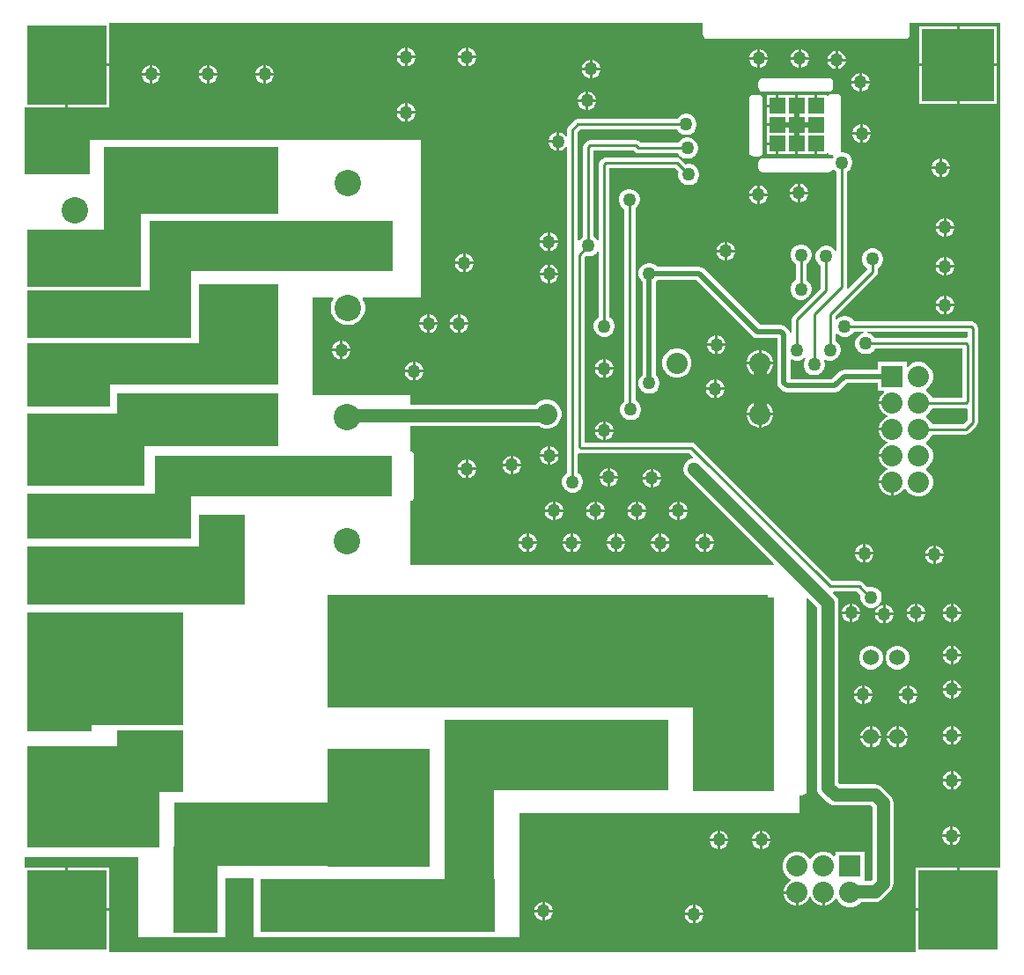
<source format=gbl>
G04*
G04 #@! TF.GenerationSoftware,Altium Limited,Altium Designer,21.0.8 (223)*
G04*
G04 Layer_Physical_Order=2*
G04 Layer_Color=16711680*
%FSLAX24Y24*%
%MOIN*%
G70*
G04*
G04 #@! TF.SameCoordinates,97F8029C-931E-460D-85B7-1C51AEB28454*
G04*
G04*
G04 #@! TF.FilePolarity,Positive*
G04*
G01*
G75*
%ADD11C,0.0100*%
%ADD36C,0.0200*%
%ADD37C,0.0500*%
%ADD59R,0.2500X0.2350*%
%ADD60C,0.1000*%
%ADD61C,0.0800*%
%ADD62R,0.0800X0.0800*%
%ADD63R,0.3000X0.3000*%
%ADD64R,0.2750X0.2750*%
%ADD65R,0.0800X0.0800*%
%ADD66R,0.0600X0.0600*%
%ADD67C,0.0600*%
%ADD68R,0.1000X0.1000*%
%ADD69C,0.1181*%
%ADD70R,0.1181X0.1181*%
%ADD71C,0.0900*%
%ADD72R,0.0900X0.0900*%
%ADD73C,0.0500*%
%ADD74R,0.9700X0.2400*%
%ADD75R,0.1650X0.3250*%
%ADD76R,0.8850X0.2050*%
%ADD77R,0.1100X0.2500*%
%ADD78R,0.3100X0.7350*%
%ADD79R,0.3850X0.4450*%
%ADD80R,0.1900X0.7400*%
%ADD81R,0.8500X0.2700*%
%ADD82R,1.6700X0.4300*%
G36*
X37092Y3350D02*
X35550D01*
Y1750D01*
X35500D01*
Y1700D01*
X33900D01*
Y158D01*
X3350D01*
Y1700D01*
X1750D01*
Y1750D01*
X1700D01*
Y3350D01*
X158D01*
Y3750D01*
X4450D01*
Y700D01*
X18900D01*
Y5400D01*
X29500D01*
Y6094D01*
X29600D01*
X29660Y6106D01*
X29712Y6140D01*
X29746Y6191D01*
X29758Y6252D01*
Y13556D01*
X29804Y13575D01*
X30154Y13226D01*
Y6393D01*
X30154Y6393D01*
X30167Y6288D01*
X30208Y6191D01*
X30272Y6108D01*
X30565Y5815D01*
X30565Y5815D01*
X30648Y5751D01*
X30746Y5710D01*
X30850Y5697D01*
X30850Y5697D01*
X32190D01*
X32247Y5640D01*
Y2910D01*
X32190Y2853D01*
X31950D01*
Y3950D01*
X30850D01*
Y3799D01*
X30800Y3778D01*
X30738Y3840D01*
X30612Y3913D01*
X30472Y3950D01*
X30328D01*
X30188Y3913D01*
X30062Y3840D01*
X29960Y3738D01*
X29925Y3677D01*
X29875D01*
X29840Y3738D01*
X29738Y3840D01*
X29612Y3913D01*
X29472Y3950D01*
X29328D01*
X29188Y3913D01*
X29062Y3840D01*
X28960Y3738D01*
X28887Y3612D01*
X28850Y3472D01*
Y3328D01*
X28887Y3188D01*
X28960Y3062D01*
X29062Y2960D01*
X29166Y2900D01*
X29168Y2843D01*
X29093Y2800D01*
X29000Y2707D01*
X28934Y2593D01*
X28900Y2466D01*
Y2450D01*
X29400D01*
Y2400D01*
X29450D01*
Y1900D01*
X29466D01*
X29593Y1934D01*
X29707Y2000D01*
X29800Y2093D01*
X29866Y2207D01*
X29875Y2241D01*
X29925D01*
X29934Y2207D01*
X30000Y2093D01*
X30093Y2000D01*
X30207Y1934D01*
X30334Y1900D01*
X30350D01*
Y2400D01*
X30450D01*
Y1900D01*
X30466D01*
X30593Y1934D01*
X30707Y2000D01*
X30800Y2093D01*
X30843Y2168D01*
X30900Y2166D01*
X30960Y2062D01*
X31062Y1960D01*
X31188Y1887D01*
X31328Y1850D01*
X31472D01*
X31612Y1887D01*
X31738Y1960D01*
X31824Y2047D01*
X32357D01*
X32357Y2047D01*
X32462Y2060D01*
X32559Y2101D01*
X32642Y2165D01*
X32935Y2458D01*
X32935Y2458D01*
X32999Y2541D01*
X33040Y2638D01*
X33053Y2743D01*
X33053Y2743D01*
Y5807D01*
X33053Y5807D01*
X33040Y5912D01*
X32999Y6009D01*
X32935Y6092D01*
X32935Y6092D01*
X32642Y6385D01*
X32559Y6449D01*
X32462Y6490D01*
X32357Y6503D01*
X32357Y6503D01*
X31017D01*
X30961Y6560D01*
Y13393D01*
X30947Y13497D01*
X30907Y13595D01*
X30842Y13678D01*
X30842Y13678D01*
X30771Y13750D01*
X30790Y13796D01*
X31666D01*
X31808Y13653D01*
X31804Y13637D01*
Y13531D01*
X31831Y13430D01*
X31884Y13338D01*
X31958Y13264D01*
X32050Y13211D01*
X32151Y13184D01*
X32257D01*
X32358Y13211D01*
X32412Y13242D01*
X32450Y13264D01*
X32483Y13228D01*
X32420Y13165D01*
X32374Y13085D01*
X32351Y13000D01*
X32650D01*
Y13299D01*
X32565Y13276D01*
X32523Y13252D01*
X32485Y13230D01*
X32452Y13266D01*
X32524Y13338D01*
X32577Y13430D01*
X32604Y13531D01*
Y13637D01*
X32577Y13738D01*
X32524Y13830D01*
X32450Y13904D01*
X32358Y13957D01*
X32257Y13984D01*
X32151D01*
X32075Y13963D01*
X31894Y14144D01*
X31828Y14188D01*
X31750Y14204D01*
X30734D01*
X25544Y19394D01*
X25478Y19438D01*
X25400Y19454D01*
X21354D01*
Y26466D01*
X21401Y26512D01*
X21447Y26500D01*
X21553D01*
X21654Y26527D01*
X21746Y26580D01*
X21820Y26654D01*
X21846Y26699D01*
X21896Y26686D01*
Y24194D01*
X21854Y24170D01*
X21780Y24096D01*
X21727Y24004D01*
X21700Y23903D01*
Y23797D01*
X21727Y23696D01*
X21780Y23604D01*
X21854Y23530D01*
X21946Y23477D01*
X22047Y23450D01*
X22153D01*
X22254Y23477D01*
X22346Y23530D01*
X22420Y23604D01*
X22473Y23696D01*
X22500Y23797D01*
Y23903D01*
X22473Y24004D01*
X22420Y24096D01*
X22346Y24170D01*
X22304Y24194D01*
Y29846D01*
X23550D01*
X23550Y29846D01*
X24766D01*
X24912Y29699D01*
X24900Y29653D01*
Y29547D01*
X24927Y29446D01*
X24980Y29354D01*
X25054Y29280D01*
X25146Y29227D01*
X25247Y29200D01*
X25353D01*
X25454Y29227D01*
X25546Y29280D01*
X25620Y29354D01*
X25673Y29446D01*
X25700Y29547D01*
Y29653D01*
X25673Y29754D01*
X25620Y29846D01*
X25546Y29920D01*
X25454Y29973D01*
X25353Y30000D01*
X25247D01*
X25201Y29988D01*
X24994Y30194D01*
X24928Y30238D01*
X24850Y30254D01*
X23550D01*
X23550Y30254D01*
X22159D01*
X22081Y30238D01*
X22014Y30194D01*
X21956Y30136D01*
X21912Y30069D01*
X21896Y29991D01*
Y27114D01*
X21846Y27101D01*
X21820Y27146D01*
X21746Y27220D01*
X21704Y27244D01*
Y30496D01*
X23216D01*
X23256Y30456D01*
X23322Y30412D01*
X23400Y30396D01*
X24906D01*
X24930Y30354D01*
X25004Y30280D01*
X25096Y30227D01*
X25197Y30200D01*
X25303D01*
X25404Y30227D01*
X25496Y30280D01*
X25570Y30354D01*
X25623Y30446D01*
X25650Y30547D01*
Y30653D01*
X25623Y30754D01*
X25570Y30846D01*
X25496Y30920D01*
X25404Y30973D01*
X25303Y31000D01*
X25197D01*
X25096Y30973D01*
X25004Y30920D01*
X24930Y30846D01*
X24906Y30804D01*
X23485D01*
X23444Y30844D01*
X23378Y30888D01*
X23300Y30904D01*
X21559D01*
X21481Y30888D01*
X21414Y30844D01*
X21356Y30786D01*
X21312Y30719D01*
X21296Y30641D01*
Y27244D01*
X21254Y27220D01*
X21180Y27146D01*
X21154Y27101D01*
X21104Y27114D01*
Y31207D01*
X21193Y31296D01*
X24856D01*
X24880Y31254D01*
X24954Y31180D01*
X25046Y31127D01*
X25147Y31100D01*
X25253D01*
X25354Y31127D01*
X25446Y31180D01*
X25520Y31254D01*
X25573Y31346D01*
X25600Y31447D01*
Y31553D01*
X25573Y31654D01*
X25520Y31746D01*
X25446Y31820D01*
X25354Y31873D01*
X25253Y31900D01*
X25147D01*
X25046Y31873D01*
X24954Y31820D01*
X24880Y31746D01*
X24856Y31704D01*
X21109D01*
X21031Y31688D01*
X20964Y31644D01*
X20756Y31436D01*
X20712Y31369D01*
X20696Y31291D01*
Y31051D01*
X20646Y31037D01*
X20630Y31065D01*
X20565Y31130D01*
X20485Y31176D01*
X20400Y31199D01*
Y30850D01*
Y30501D01*
X20485Y30524D01*
X20565Y30570D01*
X20630Y30635D01*
X20646Y30663D01*
X20696Y30649D01*
Y18294D01*
X20654Y18270D01*
X20580Y18196D01*
X20527Y18104D01*
X20500Y18003D01*
Y17897D01*
X20527Y17796D01*
X20580Y17704D01*
X20654Y17630D01*
X20746Y17577D01*
X20847Y17550D01*
X20953D01*
X21054Y17577D01*
X21146Y17630D01*
X21220Y17704D01*
X21273Y17796D01*
X21300Y17897D01*
Y18003D01*
X21273Y18104D01*
X21220Y18196D01*
X21146Y18270D01*
X21104Y18294D01*
Y19024D01*
X21154Y19057D01*
X21209Y19046D01*
X25316D01*
X25462Y18900D01*
X25452Y18866D01*
X25442Y18849D01*
X25422Y18843D01*
X25396Y18840D01*
X25371Y18830D01*
X25346Y18823D01*
X25323Y18810D01*
X25298Y18799D01*
X25277Y18783D01*
X25254Y18770D01*
X25236Y18751D01*
X25215Y18735D01*
X25199Y18714D01*
X25180Y18696D01*
X25167Y18673D01*
X25151Y18652D01*
X25140Y18627D01*
X25127Y18604D01*
X25120Y18579D01*
X25110Y18554D01*
X25107Y18528D01*
X25100Y18503D01*
Y18476D01*
X25097Y18450D01*
X25100Y18424D01*
Y18397D01*
X25107Y18372D01*
X25110Y18346D01*
X25120Y18321D01*
X25127Y18296D01*
X25140Y18273D01*
X25151Y18248D01*
X25167Y18227D01*
X25180Y18204D01*
X25199Y18186D01*
X25215Y18165D01*
X25215Y18165D01*
X28533Y14846D01*
X28514Y14800D01*
X14750D01*
Y17242D01*
X14810Y17254D01*
X14862Y17288D01*
X14896Y17340D01*
X14908Y17400D01*
Y18950D01*
X14896Y19010D01*
X14862Y19062D01*
X14810Y19096D01*
X14750Y19108D01*
Y20073D01*
X19618D01*
X19717Y20016D01*
X19857Y19978D01*
X20002D01*
X20141Y20016D01*
X20267Y20088D01*
X20369Y20191D01*
X20442Y20316D01*
X20479Y20456D01*
Y20601D01*
X20442Y20741D01*
X20369Y20866D01*
X20267Y20968D01*
X20141Y21041D01*
X20002Y21078D01*
X19857D01*
X19717Y21041D01*
X19591Y20968D01*
X19503Y20880D01*
X14750D01*
Y21250D01*
X11050D01*
Y24950D01*
X11832D01*
X11856Y24906D01*
X11824Y24858D01*
X11775Y24740D01*
X11750Y24614D01*
Y24486D01*
X11775Y24360D01*
X11824Y24242D01*
X11895Y24136D01*
X11986Y24045D01*
X12092Y23974D01*
X12210Y23925D01*
X12336Y23900D01*
X12464D01*
X12590Y23925D01*
X12708Y23974D01*
X12814Y24045D01*
X12905Y24136D01*
X12976Y24242D01*
X13025Y24360D01*
X13050Y24486D01*
Y24614D01*
X13025Y24740D01*
X12976Y24858D01*
X12944Y24906D01*
X12968Y24950D01*
X15150D01*
Y30900D01*
X158D01*
Y32150D01*
X1700D01*
Y33750D01*
X1750D01*
Y33800D01*
X3350D01*
Y35342D01*
X25842D01*
Y34900D01*
X25854Y34840D01*
X25888Y34788D01*
X25940Y34754D01*
X26000Y34742D01*
X33500Y34742D01*
X33560Y34754D01*
X33612Y34788D01*
X33646Y34840D01*
X33658Y34900D01*
Y35342D01*
X37092D01*
Y3350D01*
D02*
G37*
G36*
X14100Y27850D02*
X14100Y25950D01*
X6450Y25950D01*
X6450Y23400D01*
X250D01*
Y25200D01*
X4900D01*
Y27850D01*
X14100Y27850D01*
D02*
G37*
G36*
X9750Y28100D02*
X4550D01*
Y25350D01*
X250D01*
Y27500D01*
X3150D01*
Y30650D01*
X9750D01*
Y28100D01*
D02*
G37*
G36*
X9750Y25450D02*
Y21650D01*
X3400Y21650D01*
Y20800D01*
X250D01*
Y23200D01*
X6750D01*
Y25450D01*
X9750Y25450D01*
D02*
G37*
G36*
X9750Y19300D02*
X4700D01*
Y17800D01*
X250D01*
Y20550D01*
X3650D01*
Y21300D01*
X9750D01*
Y19300D01*
D02*
G37*
G36*
X14050Y18950D02*
X14050Y17400D01*
X6450Y17400D01*
X6450Y15800D01*
X250D01*
Y17500D01*
X5100D01*
Y18950D01*
X14050Y18950D01*
D02*
G37*
G36*
X8500Y16700D02*
Y13300D01*
X250Y13300D01*
Y15500D01*
X6750D01*
Y16700D01*
X8500Y16700D01*
D02*
G37*
G36*
X6150Y8750D02*
X2700D01*
Y8500D01*
X250D01*
Y13000D01*
X6150D01*
Y8750D01*
D02*
G37*
G36*
Y6200D02*
X5250D01*
Y4100D01*
X250D01*
X250Y7950D01*
X3650Y7950D01*
X3650Y8550D01*
X6150D01*
Y6200D01*
D02*
G37*
%LPC*%
G36*
X16950Y34399D02*
Y34100D01*
X17249D01*
X17226Y34185D01*
X17180Y34265D01*
X17115Y34330D01*
X17035Y34376D01*
X16950Y34399D01*
D02*
G37*
G36*
X16850D02*
X16765Y34376D01*
X16685Y34330D01*
X16620Y34265D01*
X16574Y34185D01*
X16551Y34100D01*
X16850D01*
Y34399D01*
D02*
G37*
G36*
X14650D02*
Y34100D01*
X14949D01*
X14926Y34185D01*
X14880Y34265D01*
X14815Y34330D01*
X14735Y34376D01*
X14650Y34399D01*
D02*
G37*
G36*
X14550D02*
X14465Y34376D01*
X14385Y34330D01*
X14320Y34265D01*
X14274Y34185D01*
X14251Y34100D01*
X14550D01*
Y34399D01*
D02*
G37*
G36*
X29550Y34349D02*
Y34050D01*
X29849D01*
X29826Y34135D01*
X29780Y34215D01*
X29715Y34280D01*
X29635Y34326D01*
X29550Y34349D01*
D02*
G37*
G36*
X29450D02*
X29365Y34326D01*
X29285Y34280D01*
X29220Y34215D01*
X29174Y34135D01*
X29151Y34050D01*
X29450D01*
Y34349D01*
D02*
G37*
G36*
X28000D02*
Y34050D01*
X28299D01*
X28276Y34135D01*
X28230Y34215D01*
X28165Y34280D01*
X28085Y34326D01*
X28000Y34349D01*
D02*
G37*
G36*
X27900D02*
X27815Y34326D01*
X27735Y34280D01*
X27670Y34215D01*
X27624Y34135D01*
X27601Y34050D01*
X27900D01*
Y34349D01*
D02*
G37*
G36*
X30944Y34293D02*
Y33994D01*
X31243D01*
X31221Y34079D01*
X31175Y34159D01*
X31109Y34224D01*
X31030Y34270D01*
X30944Y34293D01*
D02*
G37*
G36*
X30845D02*
X30759Y34270D01*
X30680Y34224D01*
X30614Y34159D01*
X30568Y34079D01*
X30546Y33994D01*
X30845D01*
Y34293D01*
D02*
G37*
G36*
X36975Y35225D02*
X35550D01*
Y33800D01*
X36975D01*
Y35225D01*
D02*
G37*
G36*
X35450D02*
X34025D01*
Y33800D01*
X35450D01*
Y35225D01*
D02*
G37*
G36*
X17249Y34000D02*
X16950D01*
Y33701D01*
X17035Y33724D01*
X17115Y33770D01*
X17180Y33835D01*
X17226Y33915D01*
X17249Y34000D01*
D02*
G37*
G36*
X16850D02*
X16551D01*
X16574Y33915D01*
X16620Y33835D01*
X16685Y33770D01*
X16765Y33724D01*
X16850Y33701D01*
Y34000D01*
D02*
G37*
G36*
X14949D02*
X14650D01*
Y33701D01*
X14735Y33724D01*
X14815Y33770D01*
X14880Y33835D01*
X14926Y33915D01*
X14949Y34000D01*
D02*
G37*
G36*
X14550D02*
X14251D01*
X14274Y33915D01*
X14320Y33835D01*
X14385Y33770D01*
X14465Y33724D01*
X14550Y33701D01*
Y34000D01*
D02*
G37*
G36*
X29849Y33950D02*
X29550D01*
Y33651D01*
X29635Y33674D01*
X29715Y33720D01*
X29780Y33785D01*
X29826Y33865D01*
X29849Y33950D01*
D02*
G37*
G36*
X29450D02*
X29151D01*
X29174Y33865D01*
X29220Y33785D01*
X29285Y33720D01*
X29365Y33674D01*
X29450Y33651D01*
Y33950D01*
D02*
G37*
G36*
X28299D02*
X28000D01*
Y33651D01*
X28085Y33674D01*
X28165Y33720D01*
X28230Y33785D01*
X28276Y33865D01*
X28299Y33950D01*
D02*
G37*
G36*
X27900D02*
X27601D01*
X27624Y33865D01*
X27670Y33785D01*
X27735Y33720D01*
X27815Y33674D01*
X27900Y33651D01*
Y33950D01*
D02*
G37*
G36*
X21650Y33949D02*
Y33650D01*
X21949D01*
X21926Y33735D01*
X21880Y33815D01*
X21815Y33880D01*
X21735Y33926D01*
X21650Y33949D01*
D02*
G37*
G36*
X21550D02*
X21465Y33926D01*
X21385Y33880D01*
X21320Y33815D01*
X21274Y33735D01*
X21251Y33650D01*
X21550D01*
Y33949D01*
D02*
G37*
G36*
X31243Y33894D02*
X30944D01*
Y33595D01*
X31030Y33617D01*
X31109Y33664D01*
X31175Y33729D01*
X31221Y33809D01*
X31243Y33894D01*
D02*
G37*
G36*
X30845D02*
X30546D01*
X30568Y33809D01*
X30614Y33729D01*
X30680Y33664D01*
X30759Y33617D01*
X30845Y33595D01*
Y33894D01*
D02*
G37*
G36*
X9300Y33749D02*
Y33450D01*
X9599D01*
X9576Y33535D01*
X9530Y33615D01*
X9465Y33680D01*
X9385Y33726D01*
X9300Y33749D01*
D02*
G37*
G36*
X9200D02*
X9115Y33726D01*
X9035Y33680D01*
X8970Y33615D01*
X8924Y33535D01*
X8901Y33450D01*
X9200D01*
Y33749D01*
D02*
G37*
G36*
X7150D02*
Y33450D01*
X7449D01*
X7426Y33535D01*
X7380Y33615D01*
X7315Y33680D01*
X7235Y33726D01*
X7150Y33749D01*
D02*
G37*
G36*
X7050D02*
X6965Y33726D01*
X6885Y33680D01*
X6820Y33615D01*
X6774Y33535D01*
X6751Y33450D01*
X7050D01*
Y33749D01*
D02*
G37*
G36*
X5000D02*
Y33450D01*
X5299D01*
X5276Y33535D01*
X5230Y33615D01*
X5165Y33680D01*
X5085Y33726D01*
X5000Y33749D01*
D02*
G37*
G36*
X4900D02*
X4815Y33726D01*
X4735Y33680D01*
X4670Y33615D01*
X4624Y33535D01*
X4601Y33450D01*
X4900D01*
Y33749D01*
D02*
G37*
G36*
X21949Y33550D02*
X21650D01*
Y33251D01*
X21735Y33274D01*
X21815Y33320D01*
X21880Y33385D01*
X21926Y33465D01*
X21949Y33550D01*
D02*
G37*
G36*
X21550D02*
X21251D01*
X21274Y33465D01*
X21320Y33385D01*
X21385Y33320D01*
X21465Y33274D01*
X21550Y33251D01*
Y33550D01*
D02*
G37*
G36*
X31850Y33449D02*
Y33150D01*
X32149D01*
X32126Y33235D01*
X32080Y33315D01*
X32015Y33380D01*
X31935Y33426D01*
X31850Y33449D01*
D02*
G37*
G36*
X31750D02*
X31665Y33426D01*
X31585Y33380D01*
X31520Y33315D01*
X31474Y33235D01*
X31451Y33150D01*
X31750D01*
Y33449D01*
D02*
G37*
G36*
X9599Y33350D02*
X9300D01*
Y33051D01*
X9385Y33074D01*
X9465Y33120D01*
X9530Y33185D01*
X9576Y33265D01*
X9599Y33350D01*
D02*
G37*
G36*
X9200D02*
X8901D01*
X8924Y33265D01*
X8970Y33185D01*
X9035Y33120D01*
X9115Y33074D01*
X9200Y33051D01*
Y33350D01*
D02*
G37*
G36*
X7449D02*
X7150D01*
Y33051D01*
X7235Y33074D01*
X7315Y33120D01*
X7380Y33185D01*
X7426Y33265D01*
X7449Y33350D01*
D02*
G37*
G36*
X7050D02*
X6751D01*
X6774Y33265D01*
X6820Y33185D01*
X6885Y33120D01*
X6965Y33074D01*
X7050Y33051D01*
Y33350D01*
D02*
G37*
G36*
X5299D02*
X5000D01*
Y33051D01*
X5085Y33074D01*
X5165Y33120D01*
X5230Y33185D01*
X5276Y33265D01*
X5299Y33350D01*
D02*
G37*
G36*
X4900D02*
X4601D01*
X4624Y33265D01*
X4670Y33185D01*
X4735Y33120D01*
X4815Y33074D01*
X4900Y33051D01*
Y33350D01*
D02*
G37*
G36*
X32149Y33050D02*
X31850D01*
Y32751D01*
X31935Y32774D01*
X32015Y32820D01*
X32080Y32885D01*
X32126Y32965D01*
X32149Y33050D01*
D02*
G37*
G36*
X31750D02*
X31451D01*
X31474Y32965D01*
X31520Y32885D01*
X31585Y32820D01*
X31665Y32774D01*
X31750Y32751D01*
Y33050D01*
D02*
G37*
G36*
X30600Y33258D02*
X28100D01*
X28040Y33246D01*
X27988Y33212D01*
X27954Y33160D01*
X27942Y33100D01*
Y32900D01*
X27954Y32840D01*
X27988Y32788D01*
X28040Y32754D01*
X28100Y32742D01*
X30600D01*
X30660Y32754D01*
X30712Y32788D01*
X30746Y32840D01*
X30758Y32900D01*
Y33100D01*
X30746Y33160D01*
X30712Y33212D01*
X30660Y33246D01*
X30600Y33258D01*
D02*
G37*
G36*
X30900Y32658D02*
X30700D01*
X30640Y32646D01*
X30588Y32612D01*
X30560Y32569D01*
X30516Y32575D01*
X30510Y32578D01*
Y32610D01*
X30160D01*
Y32210D01*
X30060D01*
Y32610D01*
X29430D01*
Y32210D01*
X29330D01*
Y32610D01*
X28700D01*
Y32210D01*
X28650D01*
Y32160D01*
X28250D01*
Y31810D01*
Y31540D01*
X28650D01*
Y31440D01*
X28250D01*
Y31090D01*
Y30820D01*
X28650D01*
Y30770D01*
X28700D01*
Y30370D01*
X29330D01*
Y30770D01*
X29430D01*
Y30370D01*
X30060D01*
Y30770D01*
X30160D01*
Y30370D01*
X30510D01*
Y30422D01*
X30516Y30425D01*
X30560Y30431D01*
X30588Y30388D01*
X30640Y30354D01*
X30700Y30342D01*
X30761D01*
X30771Y30318D01*
X30778Y30292D01*
X30730Y30210D01*
X30723Y30203D01*
X30671Y30189D01*
X30660Y30196D01*
X30600Y30208D01*
X28100D01*
X28040Y30196D01*
X27988Y30162D01*
X27954Y30110D01*
X27942Y30050D01*
Y29850D01*
X27954Y29790D01*
X27988Y29738D01*
X28040Y29704D01*
X28100Y29692D01*
X30600D01*
X30660Y29704D01*
X30712Y29738D01*
X30738Y29778D01*
X30743Y29781D01*
X30780Y29788D01*
X30797Y29788D01*
X30854Y29730D01*
X30896Y29706D01*
Y26714D01*
X30846Y26701D01*
X30820Y26746D01*
X30746Y26820D01*
X30654Y26873D01*
X30553Y26900D01*
X30447D01*
X30346Y26873D01*
X30254Y26820D01*
X30180Y26746D01*
X30127Y26654D01*
X30100Y26553D01*
Y26447D01*
X30127Y26346D01*
X30180Y26254D01*
X30254Y26180D01*
X30296Y26156D01*
Y25289D01*
X29256Y24249D01*
X29212Y24183D01*
X29196Y24105D01*
Y23582D01*
X29146Y23577D01*
X29135Y23630D01*
X29080Y23713D01*
X28963Y23830D01*
X28880Y23886D01*
X28783Y23905D01*
X28006D01*
X25880Y26030D01*
X25798Y26086D01*
X25700Y26105D01*
X24111D01*
X24046Y26170D01*
X23954Y26223D01*
X23853Y26250D01*
X23747D01*
X23646Y26223D01*
X23554Y26170D01*
X23480Y26096D01*
X23427Y26004D01*
X23400Y25903D01*
Y25797D01*
X23427Y25696D01*
X23480Y25604D01*
X23545Y25539D01*
Y22011D01*
X23480Y21946D01*
X23427Y21854D01*
X23400Y21753D01*
Y21647D01*
X23427Y21546D01*
X23480Y21454D01*
X23554Y21380D01*
X23646Y21327D01*
X23747Y21300D01*
X23853D01*
X23954Y21327D01*
X24046Y21380D01*
X24120Y21454D01*
X24173Y21546D01*
X24200Y21647D01*
Y21753D01*
X24173Y21854D01*
X24120Y21946D01*
X24055Y22011D01*
Y25539D01*
X24111Y25595D01*
X25594D01*
X27720Y23470D01*
X27802Y23414D01*
X27900Y23395D01*
X28645D01*
Y21717D01*
X28665Y21620D01*
X28720Y21537D01*
X28837Y21420D01*
X28920Y21365D01*
X29017Y21345D01*
X30834D01*
X30931Y21365D01*
X31014Y21420D01*
X31289Y21695D01*
X32450D01*
Y21400D01*
X32683D01*
X32693Y21363D01*
X32693Y21350D01*
X32600Y21257D01*
X32534Y21143D01*
X32500Y21016D01*
Y21000D01*
X33000D01*
Y20900D01*
X32500D01*
Y20884D01*
X32534Y20757D01*
X32600Y20643D01*
X32693Y20550D01*
X32807Y20484D01*
X32841Y20475D01*
Y20425D01*
X32807Y20416D01*
X32693Y20350D01*
X32600Y20257D01*
X32534Y20143D01*
X32500Y20016D01*
Y20000D01*
X33000D01*
Y19900D01*
X32500D01*
Y19884D01*
X32534Y19757D01*
X32600Y19643D01*
X32693Y19550D01*
X32807Y19484D01*
X32841Y19475D01*
Y19425D01*
X32807Y19416D01*
X32693Y19350D01*
X32600Y19257D01*
X32534Y19143D01*
X32500Y19016D01*
Y19000D01*
X33000D01*
Y18900D01*
X32500D01*
Y18884D01*
X32534Y18757D01*
X32600Y18643D01*
X32693Y18550D01*
X32807Y18484D01*
X32841Y18475D01*
Y18425D01*
X32807Y18416D01*
X32693Y18350D01*
X32600Y18257D01*
X32534Y18143D01*
X32500Y18016D01*
Y18000D01*
X33000D01*
Y17950D01*
X33050D01*
Y17450D01*
X33066D01*
X33193Y17484D01*
X33307Y17550D01*
X33400Y17643D01*
X33443Y17718D01*
X33500Y17716D01*
X33560Y17612D01*
X33662Y17510D01*
X33788Y17437D01*
X33928Y17400D01*
X34072D01*
X34212Y17437D01*
X34338Y17510D01*
X34440Y17612D01*
X34513Y17738D01*
X34550Y17878D01*
Y18022D01*
X34513Y18162D01*
X34440Y18288D01*
X34338Y18390D01*
X34277Y18425D01*
Y18475D01*
X34338Y18510D01*
X34440Y18612D01*
X34513Y18738D01*
X34550Y18878D01*
Y19022D01*
X34513Y19162D01*
X34440Y19288D01*
X34338Y19390D01*
X34277Y19425D01*
Y19475D01*
X34338Y19510D01*
X34440Y19612D01*
X34513Y19738D01*
X34515Y19746D01*
X35791D01*
X35869Y19762D01*
X35936Y19806D01*
X36194Y20064D01*
X36238Y20131D01*
X36254Y20209D01*
Y23791D01*
X36238Y23869D01*
X36194Y23936D01*
X36136Y23994D01*
X36069Y24038D01*
X35991Y24054D01*
X31544D01*
X31520Y24096D01*
X31446Y24170D01*
X31354Y24223D01*
X31253Y24250D01*
X31147D01*
X31046Y24223D01*
X30954Y24170D01*
X30904Y24120D01*
X30854Y24140D01*
Y24216D01*
X32403Y25764D01*
X32447Y25830D01*
X32462Y25908D01*
Y26056D01*
X32504Y26080D01*
X32578Y26154D01*
X32631Y26246D01*
X32658Y26347D01*
Y26453D01*
X32631Y26554D01*
X32578Y26646D01*
X32504Y26720D01*
X32413Y26773D01*
X32311Y26800D01*
X32206D01*
X32104Y26773D01*
X32013Y26720D01*
X31938Y26646D01*
X31886Y26554D01*
X31858Y26453D01*
Y26347D01*
X31886Y26246D01*
X31938Y26154D01*
X32013Y26080D01*
X32054Y26056D01*
Y25993D01*
X31341Y25279D01*
X31295Y25304D01*
X31304Y25350D01*
Y29706D01*
X31346Y29730D01*
X31420Y29804D01*
X31473Y29896D01*
X31500Y29997D01*
Y30103D01*
X31473Y30204D01*
X31420Y30296D01*
X31346Y30370D01*
X31254Y30423D01*
X31153Y30450D01*
X31088D01*
X31056Y30489D01*
X31058Y30500D01*
Y32500D01*
X31046Y32560D01*
X31012Y32612D01*
X30960Y32646D01*
X30900Y32658D01*
D02*
G37*
G36*
X21500Y32749D02*
Y32450D01*
X21799D01*
X21776Y32535D01*
X21730Y32615D01*
X21665Y32680D01*
X21585Y32726D01*
X21500Y32749D01*
D02*
G37*
G36*
X21400D02*
X21315Y32726D01*
X21235Y32680D01*
X21170Y32615D01*
X21124Y32535D01*
X21101Y32450D01*
X21400D01*
Y32749D01*
D02*
G37*
G36*
X36975Y33700D02*
X35550D01*
Y32275D01*
X36975D01*
Y33700D01*
D02*
G37*
G36*
X35450D02*
X34025D01*
Y32275D01*
X35450D01*
Y33700D01*
D02*
G37*
G36*
X28600Y32610D02*
X28250D01*
Y32260D01*
X28600D01*
Y32610D01*
D02*
G37*
G36*
X3350Y33700D02*
X1800D01*
Y32150D01*
X3350D01*
Y33700D01*
D02*
G37*
G36*
X21799Y32350D02*
X21500D01*
Y32051D01*
X21585Y32074D01*
X21665Y32120D01*
X21730Y32185D01*
X21776Y32265D01*
X21799Y32350D01*
D02*
G37*
G36*
X21400D02*
X21101D01*
X21124Y32265D01*
X21170Y32185D01*
X21235Y32120D01*
X21315Y32074D01*
X21400Y32051D01*
Y32350D01*
D02*
G37*
G36*
X14650Y32299D02*
Y32000D01*
X14949D01*
X14926Y32085D01*
X14880Y32165D01*
X14815Y32230D01*
X14735Y32276D01*
X14650Y32299D01*
D02*
G37*
G36*
X14550D02*
X14465Y32276D01*
X14385Y32230D01*
X14320Y32165D01*
X14274Y32085D01*
X14251Y32000D01*
X14550D01*
Y32299D01*
D02*
G37*
G36*
X14949Y31900D02*
X14650D01*
Y31601D01*
X14735Y31624D01*
X14815Y31670D01*
X14880Y31735D01*
X14926Y31815D01*
X14949Y31900D01*
D02*
G37*
G36*
X14550D02*
X14251D01*
X14274Y31815D01*
X14320Y31735D01*
X14385Y31670D01*
X14465Y31624D01*
X14550Y31601D01*
Y31900D01*
D02*
G37*
G36*
X31900Y31499D02*
Y31200D01*
X32199D01*
X32176Y31285D01*
X32130Y31365D01*
X32065Y31430D01*
X31985Y31476D01*
X31900Y31499D01*
D02*
G37*
G36*
X31800D02*
X31715Y31476D01*
X31635Y31430D01*
X31570Y31365D01*
X31524Y31285D01*
X31501Y31200D01*
X31800D01*
Y31499D01*
D02*
G37*
G36*
X20300Y31199D02*
X20215Y31176D01*
X20135Y31130D01*
X20070Y31065D01*
X20024Y30985D01*
X20001Y30900D01*
X20300D01*
Y31199D01*
D02*
G37*
G36*
X32199Y31100D02*
X31900D01*
Y30801D01*
X31985Y30824D01*
X32065Y30870D01*
X32130Y30935D01*
X32176Y31015D01*
X32199Y31100D01*
D02*
G37*
G36*
X31800D02*
X31501D01*
X31524Y31015D01*
X31570Y30935D01*
X31635Y30870D01*
X31715Y30824D01*
X31800Y30801D01*
Y31100D01*
D02*
G37*
G36*
X20300Y30800D02*
X20001D01*
X20024Y30715D01*
X20070Y30635D01*
X20135Y30570D01*
X20215Y30524D01*
X20300Y30501D01*
Y30800D01*
D02*
G37*
G36*
X28600Y30720D02*
X28250D01*
Y30370D01*
X28600D01*
Y30720D01*
D02*
G37*
G36*
X27950Y32608D02*
X27750D01*
X27690Y32596D01*
X27638Y32562D01*
X27604Y32510D01*
X27592Y32450D01*
Y30450D01*
X27604Y30390D01*
X27638Y30338D01*
X27690Y30304D01*
X27750Y30292D01*
X27950D01*
X28010Y30304D01*
X28062Y30338D01*
X28096Y30390D01*
X28108Y30450D01*
Y32450D01*
X28096Y32510D01*
X28062Y32562D01*
X28010Y32596D01*
X27950Y32608D01*
D02*
G37*
G36*
X34900Y30199D02*
Y29900D01*
X35199D01*
X35176Y29985D01*
X35130Y30065D01*
X35065Y30130D01*
X34985Y30176D01*
X34900Y30199D01*
D02*
G37*
G36*
X34800D02*
X34715Y30176D01*
X34635Y30130D01*
X34570Y30065D01*
X34524Y29985D01*
X34501Y29900D01*
X34800D01*
Y30199D01*
D02*
G37*
G36*
X35199Y29800D02*
X34900D01*
Y29501D01*
X34985Y29524D01*
X35065Y29570D01*
X35130Y29635D01*
X35176Y29715D01*
X35199Y29800D01*
D02*
G37*
G36*
X34800D02*
X34501D01*
X34524Y29715D01*
X34570Y29635D01*
X34635Y29570D01*
X34715Y29524D01*
X34800Y29501D01*
Y29800D01*
D02*
G37*
G36*
X29515Y29255D02*
Y28956D01*
X29814D01*
X29791Y29041D01*
X29745Y29121D01*
X29680Y29186D01*
X29600Y29232D01*
X29515Y29255D01*
D02*
G37*
G36*
X29415D02*
X29330Y29232D01*
X29250Y29186D01*
X29185Y29121D01*
X29139Y29041D01*
X29116Y28956D01*
X29415D01*
Y29255D01*
D02*
G37*
G36*
X27983Y29186D02*
Y28888D01*
X28282D01*
X28259Y28973D01*
X28213Y29052D01*
X28148Y29118D01*
X28068Y29164D01*
X27983Y29186D01*
D02*
G37*
G36*
X27883D02*
X27798Y29164D01*
X27718Y29118D01*
X27653Y29052D01*
X27607Y28973D01*
X27584Y28888D01*
X27883D01*
Y29186D01*
D02*
G37*
G36*
X29814Y28856D02*
X29515D01*
Y28557D01*
X29600Y28579D01*
X29680Y28626D01*
X29745Y28691D01*
X29791Y28770D01*
X29814Y28856D01*
D02*
G37*
G36*
X29415D02*
X29116D01*
X29139Y28770D01*
X29185Y28691D01*
X29250Y28626D01*
X29330Y28579D01*
X29415Y28557D01*
Y28856D01*
D02*
G37*
G36*
X28282Y28788D02*
X27983D01*
Y28489D01*
X28068Y28511D01*
X28148Y28557D01*
X28213Y28623D01*
X28259Y28702D01*
X28282Y28788D01*
D02*
G37*
G36*
X27883D02*
X27584D01*
X27607Y28702D01*
X27653Y28623D01*
X27718Y28557D01*
X27798Y28511D01*
X27883Y28489D01*
Y28788D01*
D02*
G37*
G36*
X35050Y27949D02*
Y27650D01*
X35349D01*
X35326Y27735D01*
X35280Y27815D01*
X35215Y27880D01*
X35135Y27926D01*
X35050Y27949D01*
D02*
G37*
G36*
X34950D02*
X34865Y27926D01*
X34785Y27880D01*
X34720Y27815D01*
X34674Y27735D01*
X34651Y27650D01*
X34950D01*
Y27949D01*
D02*
G37*
G36*
X35349Y27550D02*
X35050D01*
Y27251D01*
X35135Y27274D01*
X35215Y27320D01*
X35280Y27385D01*
X35326Y27465D01*
X35349Y27550D01*
D02*
G37*
G36*
X34950D02*
X34651D01*
X34674Y27465D01*
X34720Y27385D01*
X34785Y27320D01*
X34865Y27274D01*
X34950Y27251D01*
Y27550D01*
D02*
G37*
G36*
X20050Y27399D02*
Y27100D01*
X20349D01*
X20326Y27185D01*
X20280Y27265D01*
X20215Y27330D01*
X20135Y27376D01*
X20050Y27399D01*
D02*
G37*
G36*
X19950D02*
X19865Y27376D01*
X19785Y27330D01*
X19720Y27265D01*
X19674Y27185D01*
X19651Y27100D01*
X19950D01*
Y27399D01*
D02*
G37*
G36*
X26750Y27049D02*
Y26750D01*
X27049D01*
X27026Y26835D01*
X26980Y26915D01*
X26915Y26980D01*
X26835Y27026D01*
X26750Y27049D01*
D02*
G37*
G36*
X26650D02*
X26565Y27026D01*
X26485Y26980D01*
X26420Y26915D01*
X26374Y26835D01*
X26351Y26750D01*
X26650D01*
Y27049D01*
D02*
G37*
G36*
X20349Y27000D02*
X20050D01*
Y26701D01*
X20135Y26724D01*
X20215Y26770D01*
X20280Y26835D01*
X20326Y26915D01*
X20349Y27000D01*
D02*
G37*
G36*
X19950D02*
X19651D01*
X19674Y26915D01*
X19720Y26835D01*
X19785Y26770D01*
X19865Y26724D01*
X19950Y26701D01*
Y27000D01*
D02*
G37*
G36*
X27049Y26650D02*
X26750D01*
Y26351D01*
X26835Y26374D01*
X26915Y26420D01*
X26980Y26485D01*
X27026Y26565D01*
X27049Y26650D01*
D02*
G37*
G36*
X26650D02*
X26351D01*
X26374Y26565D01*
X26420Y26485D01*
X26485Y26420D01*
X26565Y26374D01*
X26650Y26351D01*
Y26650D01*
D02*
G37*
G36*
X16850Y26599D02*
Y26300D01*
X17149D01*
X17126Y26385D01*
X17080Y26465D01*
X17015Y26530D01*
X16935Y26576D01*
X16850Y26599D01*
D02*
G37*
G36*
X16750D02*
X16665Y26576D01*
X16585Y26530D01*
X16520Y26465D01*
X16474Y26385D01*
X16451Y26300D01*
X16750D01*
Y26599D01*
D02*
G37*
G36*
X35050Y26474D02*
Y26175D01*
X35349D01*
X35326Y26260D01*
X35280Y26340D01*
X35215Y26405D01*
X35135Y26451D01*
X35050Y26474D01*
D02*
G37*
G36*
X34950D02*
X34865Y26451D01*
X34785Y26405D01*
X34720Y26340D01*
X34674Y26260D01*
X34651Y26175D01*
X34950D01*
Y26474D01*
D02*
G37*
G36*
X17149Y26200D02*
X16850D01*
Y25901D01*
X16935Y25924D01*
X17015Y25970D01*
X17080Y26035D01*
X17126Y26115D01*
X17149Y26200D01*
D02*
G37*
G36*
X16750D02*
X16451D01*
X16474Y26115D01*
X16520Y26035D01*
X16585Y25970D01*
X16665Y25924D01*
X16750Y25901D01*
Y26200D01*
D02*
G37*
G36*
X20060Y26188D02*
Y25889D01*
X20359D01*
X20336Y25974D01*
X20290Y26054D01*
X20225Y26119D01*
X20145Y26165D01*
X20060Y26188D01*
D02*
G37*
G36*
X19960D02*
X19875Y26165D01*
X19795Y26119D01*
X19730Y26054D01*
X19684Y25974D01*
X19661Y25889D01*
X19960D01*
Y26188D01*
D02*
G37*
G36*
X35349Y26075D02*
X35050D01*
Y25776D01*
X35135Y25799D01*
X35215Y25845D01*
X35280Y25910D01*
X35326Y25990D01*
X35349Y26075D01*
D02*
G37*
G36*
X34950D02*
X34651D01*
X34674Y25990D01*
X34720Y25910D01*
X34785Y25845D01*
X34865Y25799D01*
X34950Y25776D01*
Y26075D01*
D02*
G37*
G36*
X20359Y25789D02*
X20060D01*
Y25490D01*
X20145Y25513D01*
X20225Y25559D01*
X20290Y25624D01*
X20336Y25704D01*
X20359Y25789D01*
D02*
G37*
G36*
X19960D02*
X19661D01*
X19684Y25704D01*
X19730Y25624D01*
X19795Y25559D01*
X19875Y25513D01*
X19960Y25490D01*
Y25789D01*
D02*
G37*
G36*
X29608Y26955D02*
X29503D01*
X29401Y26928D01*
X29310Y26875D01*
X29235Y26801D01*
X29183Y26710D01*
X29155Y26608D01*
Y26503D01*
X29183Y26401D01*
X29235Y26310D01*
X29310Y26235D01*
X29349Y26213D01*
Y25600D01*
X29304Y25574D01*
X29230Y25500D01*
X29177Y25409D01*
X29150Y25307D01*
Y25201D01*
X29177Y25100D01*
X29230Y25009D01*
X29304Y24934D01*
X29396Y24881D01*
X29497Y24854D01*
X29603D01*
X29704Y24881D01*
X29796Y24934D01*
X29870Y25009D01*
X29923Y25100D01*
X29950Y25201D01*
Y25307D01*
X29923Y25409D01*
X29870Y25500D01*
X29796Y25574D01*
X29757Y25597D01*
Y26210D01*
X29801Y26235D01*
X29875Y26310D01*
X29928Y26401D01*
X29955Y26503D01*
Y26608D01*
X29928Y26710D01*
X29875Y26801D01*
X29801Y26875D01*
X29710Y26928D01*
X29608Y26955D01*
D02*
G37*
G36*
X35050Y24999D02*
Y24700D01*
X35349D01*
X35326Y24785D01*
X35280Y24865D01*
X35215Y24930D01*
X35135Y24976D01*
X35050Y24999D01*
D02*
G37*
G36*
X34950D02*
X34865Y24976D01*
X34785Y24930D01*
X34720Y24865D01*
X34674Y24785D01*
X34651Y24700D01*
X34950D01*
Y24999D01*
D02*
G37*
G36*
X35349Y24600D02*
X35050D01*
Y24301D01*
X35135Y24324D01*
X35215Y24370D01*
X35280Y24435D01*
X35326Y24515D01*
X35349Y24600D01*
D02*
G37*
G36*
X34950D02*
X34651D01*
X34674Y24515D01*
X34720Y24435D01*
X34785Y24370D01*
X34865Y24324D01*
X34950Y24301D01*
Y24600D01*
D02*
G37*
G36*
X16650Y24299D02*
Y24000D01*
X16949D01*
X16926Y24085D01*
X16880Y24165D01*
X16815Y24230D01*
X16735Y24276D01*
X16650Y24299D01*
D02*
G37*
G36*
X16550D02*
X16465Y24276D01*
X16385Y24230D01*
X16320Y24165D01*
X16274Y24085D01*
X16251Y24000D01*
X16550D01*
Y24299D01*
D02*
G37*
G36*
X15500D02*
Y24000D01*
X15799D01*
X15776Y24085D01*
X15730Y24165D01*
X15665Y24230D01*
X15585Y24276D01*
X15500Y24299D01*
D02*
G37*
G36*
X15400D02*
X15315Y24276D01*
X15235Y24230D01*
X15170Y24165D01*
X15124Y24085D01*
X15101Y24000D01*
X15400D01*
Y24299D01*
D02*
G37*
G36*
X16949Y23900D02*
X16650D01*
Y23601D01*
X16735Y23624D01*
X16815Y23670D01*
X16880Y23735D01*
X16926Y23815D01*
X16949Y23900D01*
D02*
G37*
G36*
X16550D02*
X16251D01*
X16274Y23815D01*
X16320Y23735D01*
X16385Y23670D01*
X16465Y23624D01*
X16550Y23601D01*
Y23900D01*
D02*
G37*
G36*
X15799D02*
X15500D01*
Y23601D01*
X15585Y23624D01*
X15665Y23670D01*
X15730Y23735D01*
X15776Y23815D01*
X15799Y23900D01*
D02*
G37*
G36*
X15400D02*
X15101D01*
X15124Y23815D01*
X15170Y23735D01*
X15235Y23670D01*
X15315Y23624D01*
X15400Y23601D01*
Y23900D01*
D02*
G37*
G36*
X26400Y23499D02*
Y23200D01*
X26699D01*
X26676Y23285D01*
X26630Y23365D01*
X26565Y23430D01*
X26485Y23476D01*
X26400Y23499D01*
D02*
G37*
G36*
X26300D02*
X26215Y23476D01*
X26135Y23430D01*
X26070Y23365D01*
X26024Y23285D01*
X26001Y23200D01*
X26300D01*
Y23499D01*
D02*
G37*
G36*
X12200Y23299D02*
Y23000D01*
X12499D01*
X12476Y23085D01*
X12430Y23165D01*
X12365Y23230D01*
X12285Y23276D01*
X12200Y23299D01*
D02*
G37*
G36*
X12100D02*
X12015Y23276D01*
X11935Y23230D01*
X11870Y23165D01*
X11824Y23085D01*
X11801Y23000D01*
X12100D01*
Y23299D01*
D02*
G37*
G36*
X26699Y23100D02*
X26400D01*
Y22801D01*
X26485Y22824D01*
X26565Y22870D01*
X26630Y22935D01*
X26676Y23015D01*
X26699Y23100D01*
D02*
G37*
G36*
X26300D02*
X26001D01*
X26024Y23015D01*
X26070Y22935D01*
X26135Y22870D01*
X26215Y22824D01*
X26300Y22801D01*
Y23100D01*
D02*
G37*
G36*
X12499Y22900D02*
X12200D01*
Y22601D01*
X12285Y22624D01*
X12365Y22670D01*
X12430Y22735D01*
X12476Y22815D01*
X12499Y22900D01*
D02*
G37*
G36*
X12100D02*
X11801D01*
X11824Y22815D01*
X11870Y22735D01*
X11935Y22670D01*
X12015Y22624D01*
X12100Y22601D01*
Y22900D01*
D02*
G37*
G36*
X28066Y22957D02*
X28050D01*
Y22507D01*
X28500D01*
Y22523D01*
X28466Y22650D01*
X28400Y22764D01*
X28307Y22858D01*
X28193Y22923D01*
X28066Y22957D01*
D02*
G37*
G36*
X27950D02*
X27934D01*
X27807Y22923D01*
X27693Y22858D01*
X27600Y22764D01*
X27534Y22650D01*
X27500Y22523D01*
Y22507D01*
X27950D01*
Y22957D01*
D02*
G37*
G36*
X22150Y22599D02*
Y22300D01*
X22449D01*
X22426Y22385D01*
X22380Y22465D01*
X22315Y22530D01*
X22235Y22576D01*
X22150Y22599D01*
D02*
G37*
G36*
X22050D02*
X21965Y22576D01*
X21885Y22530D01*
X21820Y22465D01*
X21774Y22385D01*
X21751Y22300D01*
X22050D01*
Y22599D01*
D02*
G37*
G36*
X14950Y22499D02*
Y22200D01*
X15249D01*
X15226Y22285D01*
X15180Y22365D01*
X15115Y22430D01*
X15035Y22476D01*
X14950Y22499D01*
D02*
G37*
G36*
X14850D02*
X14765Y22476D01*
X14685Y22430D01*
X14620Y22365D01*
X14574Y22285D01*
X14551Y22200D01*
X14850D01*
Y22499D01*
D02*
G37*
G36*
X28500Y22407D02*
X28050D01*
Y21957D01*
X28066D01*
X28193Y21992D01*
X28307Y22057D01*
X28400Y22150D01*
X28466Y22264D01*
X28500Y22392D01*
Y22407D01*
D02*
G37*
G36*
X27950D02*
X27500D01*
Y22392D01*
X27534Y22264D01*
X27600Y22150D01*
X27693Y22057D01*
X27807Y21992D01*
X27934Y21957D01*
X27950D01*
Y22407D01*
D02*
G37*
G36*
X24923Y23007D02*
X24778D01*
X24638Y22970D01*
X24513Y22898D01*
X24410Y22795D01*
X24338Y22670D01*
X24300Y22530D01*
Y22385D01*
X24338Y22245D01*
X24410Y22120D01*
X24513Y22017D01*
X24638Y21945D01*
X24778Y21907D01*
X24923D01*
X25063Y21945D01*
X25188Y22017D01*
X25291Y22120D01*
X25363Y22245D01*
X25400Y22385D01*
Y22530D01*
X25363Y22670D01*
X25291Y22795D01*
X25188Y22898D01*
X25063Y22970D01*
X24923Y23007D01*
D02*
G37*
G36*
X22449Y22200D02*
X22150D01*
Y21901D01*
X22235Y21924D01*
X22315Y21970D01*
X22380Y22035D01*
X22426Y22115D01*
X22449Y22200D01*
D02*
G37*
G36*
X22050D02*
X21751D01*
X21774Y22115D01*
X21820Y22035D01*
X21885Y21970D01*
X21965Y21924D01*
X22050Y21901D01*
Y22200D01*
D02*
G37*
G36*
X15249Y22100D02*
X14950D01*
Y21801D01*
X15035Y21824D01*
X15115Y21870D01*
X15180Y21935D01*
X15226Y22015D01*
X15249Y22100D01*
D02*
G37*
G36*
X14850D02*
X14551D01*
X14574Y22015D01*
X14620Y21935D01*
X14685Y21870D01*
X14765Y21824D01*
X14850Y21801D01*
Y22100D01*
D02*
G37*
G36*
X26347Y21836D02*
Y21537D01*
X26646D01*
X26623Y21622D01*
X26577Y21702D01*
X26512Y21767D01*
X26432Y21813D01*
X26347Y21836D01*
D02*
G37*
G36*
X26247D02*
X26162Y21813D01*
X26082Y21767D01*
X26017Y21702D01*
X25971Y21622D01*
X25948Y21537D01*
X26247D01*
Y21836D01*
D02*
G37*
G36*
X26646Y21437D02*
X26347D01*
Y21138D01*
X26432Y21161D01*
X26512Y21207D01*
X26577Y21272D01*
X26623Y21352D01*
X26646Y21437D01*
D02*
G37*
G36*
X26247D02*
X25948D01*
X25971Y21352D01*
X26017Y21272D01*
X26082Y21207D01*
X26162Y21161D01*
X26247Y21138D01*
Y21437D01*
D02*
G37*
G36*
X28066Y21028D02*
X28050D01*
Y20578D01*
X28500D01*
Y20594D01*
X28466Y20721D01*
X28400Y20835D01*
X28307Y20928D01*
X28193Y20994D01*
X28066Y21028D01*
D02*
G37*
G36*
X27950D02*
X27934D01*
X27807Y20994D01*
X27693Y20928D01*
X27600Y20835D01*
X27534Y20721D01*
X27500Y20594D01*
Y20578D01*
X27950D01*
Y21028D01*
D02*
G37*
G36*
X23103Y29050D02*
X22997D01*
X22896Y29023D01*
X22804Y28970D01*
X22730Y28896D01*
X22677Y28804D01*
X22650Y28703D01*
Y28597D01*
X22677Y28496D01*
X22730Y28404D01*
X22804Y28330D01*
X22871Y28291D01*
Y21030D01*
X22854Y21020D01*
X22780Y20946D01*
X22727Y20854D01*
X22700Y20753D01*
Y20647D01*
X22727Y20546D01*
X22780Y20454D01*
X22854Y20380D01*
X22946Y20327D01*
X23047Y20300D01*
X23153D01*
X23254Y20327D01*
X23346Y20380D01*
X23420Y20454D01*
X23473Y20546D01*
X23500Y20647D01*
Y20753D01*
X23473Y20854D01*
X23420Y20946D01*
X23346Y21020D01*
X23279Y21059D01*
Y28320D01*
X23296Y28330D01*
X23370Y28404D01*
X23423Y28496D01*
X23450Y28597D01*
Y28703D01*
X23423Y28804D01*
X23370Y28896D01*
X23296Y28970D01*
X23204Y29023D01*
X23103Y29050D01*
D02*
G37*
G36*
X28500Y20478D02*
X28050D01*
Y20028D01*
X28066D01*
X28193Y20062D01*
X28307Y20128D01*
X28400Y20221D01*
X28466Y20335D01*
X28500Y20463D01*
Y20478D01*
D02*
G37*
G36*
X27950D02*
X27500D01*
Y20463D01*
X27534Y20335D01*
X27600Y20221D01*
X27693Y20128D01*
X27807Y20062D01*
X27934Y20028D01*
X27950D01*
Y20478D01*
D02*
G37*
G36*
X22150Y20249D02*
Y19950D01*
X22449D01*
X22426Y20035D01*
X22380Y20115D01*
X22315Y20180D01*
X22235Y20226D01*
X22150Y20249D01*
D02*
G37*
G36*
X22050D02*
X21965Y20226D01*
X21885Y20180D01*
X21820Y20115D01*
X21774Y20035D01*
X21751Y19950D01*
X22050D01*
Y20249D01*
D02*
G37*
G36*
X22449Y19850D02*
X22150D01*
Y19551D01*
X22235Y19574D01*
X22315Y19620D01*
X22380Y19685D01*
X22426Y19765D01*
X22449Y19850D01*
D02*
G37*
G36*
X22050D02*
X21751D01*
X21774Y19765D01*
X21820Y19685D01*
X21885Y19620D01*
X21965Y19574D01*
X22050Y19551D01*
Y19850D01*
D02*
G37*
G36*
X20071Y19308D02*
Y19009D01*
X20370D01*
X20348Y19094D01*
X20301Y19173D01*
X20236Y19239D01*
X20156Y19285D01*
X20071Y19308D01*
D02*
G37*
G36*
X19971D02*
X19886Y19285D01*
X19806Y19239D01*
X19741Y19173D01*
X19695Y19094D01*
X19672Y19009D01*
X19971D01*
Y19308D01*
D02*
G37*
G36*
X18650Y18949D02*
Y18650D01*
X18949D01*
X18926Y18735D01*
X18880Y18815D01*
X18815Y18880D01*
X18735Y18926D01*
X18650Y18949D01*
D02*
G37*
G36*
X18550D02*
X18465Y18926D01*
X18385Y18880D01*
X18320Y18815D01*
X18274Y18735D01*
X18251Y18650D01*
X18550D01*
Y18949D01*
D02*
G37*
G36*
X20370Y18909D02*
X20071D01*
Y18610D01*
X20156Y18632D01*
X20236Y18679D01*
X20301Y18744D01*
X20348Y18823D01*
X20370Y18909D01*
D02*
G37*
G36*
X19971D02*
X19672D01*
X19695Y18823D01*
X19741Y18744D01*
X19806Y18679D01*
X19886Y18632D01*
X19971Y18610D01*
Y18909D01*
D02*
G37*
G36*
X16950Y18799D02*
Y18500D01*
X17249D01*
X17226Y18585D01*
X17180Y18665D01*
X17115Y18730D01*
X17035Y18776D01*
X16950Y18799D01*
D02*
G37*
G36*
X16850D02*
X16765Y18776D01*
X16685Y18730D01*
X16620Y18665D01*
X16574Y18585D01*
X16551Y18500D01*
X16850D01*
Y18799D01*
D02*
G37*
G36*
X18949Y18550D02*
X18650D01*
Y18251D01*
X18735Y18274D01*
X18815Y18320D01*
X18880Y18385D01*
X18926Y18465D01*
X18949Y18550D01*
D02*
G37*
G36*
X18550D02*
X18251D01*
X18274Y18465D01*
X18320Y18385D01*
X18385Y18320D01*
X18465Y18274D01*
X18550Y18251D01*
Y18550D01*
D02*
G37*
G36*
X22321Y18481D02*
Y18182D01*
X22620D01*
X22597Y18267D01*
X22551Y18347D01*
X22486Y18412D01*
X22406Y18458D01*
X22321Y18481D01*
D02*
G37*
G36*
X22221D02*
X22136Y18458D01*
X22056Y18412D01*
X21991Y18347D01*
X21945Y18267D01*
X21922Y18182D01*
X22221D01*
Y18481D01*
D02*
G37*
G36*
X23950Y18449D02*
Y18150D01*
X24249D01*
X24226Y18235D01*
X24180Y18315D01*
X24115Y18380D01*
X24035Y18426D01*
X23950Y18449D01*
D02*
G37*
G36*
X23850D02*
X23765Y18426D01*
X23685Y18380D01*
X23620Y18315D01*
X23574Y18235D01*
X23551Y18150D01*
X23850D01*
Y18449D01*
D02*
G37*
G36*
X17249Y18400D02*
X16950D01*
Y18101D01*
X17035Y18124D01*
X17115Y18170D01*
X17180Y18235D01*
X17226Y18315D01*
X17249Y18400D01*
D02*
G37*
G36*
X16850D02*
X16551D01*
X16574Y18315D01*
X16620Y18235D01*
X16685Y18170D01*
X16765Y18124D01*
X16850Y18101D01*
Y18400D01*
D02*
G37*
G36*
X22620Y18082D02*
X22321D01*
Y17783D01*
X22406Y17806D01*
X22486Y17852D01*
X22551Y17917D01*
X22597Y17997D01*
X22620Y18082D01*
D02*
G37*
G36*
X22221D02*
X21922D01*
X21945Y17997D01*
X21991Y17917D01*
X22056Y17852D01*
X22136Y17806D01*
X22221Y17783D01*
Y18082D01*
D02*
G37*
G36*
X24249Y18050D02*
X23950D01*
Y17751D01*
X24035Y17774D01*
X24115Y17820D01*
X24180Y17885D01*
X24226Y17965D01*
X24249Y18050D01*
D02*
G37*
G36*
X23850D02*
X23551D01*
X23574Y17965D01*
X23620Y17885D01*
X23685Y17820D01*
X23765Y17774D01*
X23850Y17751D01*
Y18050D01*
D02*
G37*
G36*
X32950Y17900D02*
X32500D01*
Y17884D01*
X32534Y17757D01*
X32600Y17643D01*
X32693Y17550D01*
X32807Y17484D01*
X32934Y17450D01*
X32950D01*
Y17900D01*
D02*
G37*
G36*
X24950Y17212D02*
Y16913D01*
X25249D01*
X25226Y16998D01*
X25180Y17078D01*
X25115Y17143D01*
X25035Y17189D01*
X24950Y17212D01*
D02*
G37*
G36*
X24850D02*
X24765Y17189D01*
X24685Y17143D01*
X24620Y17078D01*
X24574Y16998D01*
X24551Y16913D01*
X24850D01*
Y17212D01*
D02*
G37*
G36*
X23384D02*
Y16913D01*
X23682D01*
X23660Y16998D01*
X23614Y17078D01*
X23548Y17143D01*
X23469Y17189D01*
X23384Y17212D01*
D02*
G37*
G36*
X23284D02*
X23198Y17189D01*
X23119Y17143D01*
X23053Y17078D01*
X23007Y16998D01*
X22985Y16913D01*
X23284D01*
Y17212D01*
D02*
G37*
G36*
X21817D02*
Y16913D01*
X22116D01*
X22093Y16998D01*
X22047Y17078D01*
X21982Y17143D01*
X21902Y17189D01*
X21817Y17212D01*
D02*
G37*
G36*
X21717D02*
X21632Y17189D01*
X21552Y17143D01*
X21487Y17078D01*
X21441Y16998D01*
X21418Y16913D01*
X21717D01*
Y17212D01*
D02*
G37*
G36*
X20251D02*
Y16913D01*
X20549D01*
X20527Y16998D01*
X20481Y17078D01*
X20415Y17143D01*
X20336Y17189D01*
X20251Y17212D01*
D02*
G37*
G36*
X20151D02*
X20065Y17189D01*
X19986Y17143D01*
X19920Y17078D01*
X19874Y16998D01*
X19852Y16913D01*
X20151D01*
Y17212D01*
D02*
G37*
G36*
X25249Y16813D02*
X24950D01*
Y16514D01*
X25035Y16537D01*
X25115Y16583D01*
X25180Y16648D01*
X25226Y16728D01*
X25249Y16813D01*
D02*
G37*
G36*
X24850D02*
X24551D01*
X24574Y16728D01*
X24620Y16648D01*
X24685Y16583D01*
X24765Y16537D01*
X24850Y16514D01*
Y16813D01*
D02*
G37*
G36*
X23682D02*
X23384D01*
Y16514D01*
X23469Y16537D01*
X23548Y16583D01*
X23614Y16648D01*
X23660Y16728D01*
X23682Y16813D01*
D02*
G37*
G36*
X23284D02*
X22985D01*
X23007Y16728D01*
X23053Y16648D01*
X23119Y16583D01*
X23198Y16537D01*
X23284Y16514D01*
Y16813D01*
D02*
G37*
G36*
X22116D02*
X21817D01*
Y16514D01*
X21902Y16537D01*
X21982Y16583D01*
X22047Y16648D01*
X22093Y16728D01*
X22116Y16813D01*
D02*
G37*
G36*
X21717D02*
X21418D01*
X21441Y16728D01*
X21487Y16648D01*
X21552Y16583D01*
X21632Y16537D01*
X21717Y16514D01*
Y16813D01*
D02*
G37*
G36*
X20549D02*
X20251D01*
Y16514D01*
X20336Y16537D01*
X20415Y16583D01*
X20481Y16648D01*
X20527Y16728D01*
X20549Y16813D01*
D02*
G37*
G36*
X20151D02*
X19852D01*
X19874Y16728D01*
X19920Y16648D01*
X19986Y16583D01*
X20065Y16537D01*
X20151Y16514D01*
Y16813D01*
D02*
G37*
G36*
X25950Y15999D02*
Y15700D01*
X26249D01*
X26226Y15785D01*
X26180Y15865D01*
X26115Y15930D01*
X26035Y15976D01*
X25950Y15999D01*
D02*
G37*
G36*
X25850D02*
X25765Y15976D01*
X25685Y15930D01*
X25620Y15865D01*
X25574Y15785D01*
X25551Y15700D01*
X25850D01*
Y15999D01*
D02*
G37*
G36*
X24275D02*
Y15700D01*
X24574D01*
X24551Y15785D01*
X24505Y15865D01*
X24440Y15930D01*
X24360Y15976D01*
X24275Y15999D01*
D02*
G37*
G36*
X24175D02*
X24090Y15976D01*
X24010Y15930D01*
X23945Y15865D01*
X23899Y15785D01*
X23876Y15700D01*
X24175D01*
Y15999D01*
D02*
G37*
G36*
X22600D02*
Y15700D01*
X22899D01*
X22876Y15785D01*
X22830Y15865D01*
X22765Y15930D01*
X22685Y15976D01*
X22600Y15999D01*
D02*
G37*
G36*
X22500D02*
X22415Y15976D01*
X22335Y15930D01*
X22270Y15865D01*
X22224Y15785D01*
X22201Y15700D01*
X22500D01*
Y15999D01*
D02*
G37*
G36*
X20925D02*
Y15700D01*
X21224D01*
X21201Y15785D01*
X21155Y15865D01*
X21090Y15930D01*
X21010Y15976D01*
X20925Y15999D01*
D02*
G37*
G36*
X20825D02*
X20740Y15976D01*
X20660Y15930D01*
X20595Y15865D01*
X20549Y15785D01*
X20526Y15700D01*
X20825D01*
Y15999D01*
D02*
G37*
G36*
X19250D02*
Y15700D01*
X19549D01*
X19526Y15785D01*
X19480Y15865D01*
X19415Y15930D01*
X19335Y15976D01*
X19250Y15999D01*
D02*
G37*
G36*
X19150D02*
X19065Y15976D01*
X18985Y15930D01*
X18920Y15865D01*
X18874Y15785D01*
X18851Y15700D01*
X19150D01*
Y15999D01*
D02*
G37*
G36*
X26249Y15600D02*
X25950D01*
Y15301D01*
X26035Y15324D01*
X26115Y15370D01*
X26180Y15435D01*
X26226Y15515D01*
X26249Y15600D01*
D02*
G37*
G36*
X25850D02*
X25551D01*
X25574Y15515D01*
X25620Y15435D01*
X25685Y15370D01*
X25765Y15324D01*
X25850Y15301D01*
Y15600D01*
D02*
G37*
G36*
X24574D02*
X24275D01*
Y15301D01*
X24360Y15324D01*
X24440Y15370D01*
X24505Y15435D01*
X24551Y15515D01*
X24574Y15600D01*
D02*
G37*
G36*
X24175D02*
X23876D01*
X23899Y15515D01*
X23945Y15435D01*
X24010Y15370D01*
X24090Y15324D01*
X24175Y15301D01*
Y15600D01*
D02*
G37*
G36*
X22899D02*
X22600D01*
Y15301D01*
X22685Y15324D01*
X22765Y15370D01*
X22830Y15435D01*
X22876Y15515D01*
X22899Y15600D01*
D02*
G37*
G36*
X22500D02*
X22201D01*
X22224Y15515D01*
X22270Y15435D01*
X22335Y15370D01*
X22415Y15324D01*
X22500Y15301D01*
Y15600D01*
D02*
G37*
G36*
X21224D02*
X20925D01*
Y15301D01*
X21010Y15324D01*
X21090Y15370D01*
X21155Y15435D01*
X21201Y15515D01*
X21224Y15600D01*
D02*
G37*
G36*
X20825D02*
X20526D01*
X20549Y15515D01*
X20595Y15435D01*
X20660Y15370D01*
X20740Y15324D01*
X20825Y15301D01*
Y15600D01*
D02*
G37*
G36*
X19549D02*
X19250D01*
Y15301D01*
X19335Y15324D01*
X19415Y15370D01*
X19480Y15435D01*
X19526Y15515D01*
X19549Y15600D01*
D02*
G37*
G36*
X19150D02*
X18851D01*
X18874Y15515D01*
X18920Y15435D01*
X18985Y15370D01*
X19065Y15324D01*
X19150Y15301D01*
Y15600D01*
D02*
G37*
G36*
X32000Y15599D02*
Y15300D01*
X32299D01*
X32276Y15385D01*
X32230Y15465D01*
X32165Y15530D01*
X32085Y15576D01*
X32000Y15599D01*
D02*
G37*
G36*
X31900D02*
X31815Y15576D01*
X31735Y15530D01*
X31670Y15465D01*
X31624Y15385D01*
X31601Y15300D01*
X31900D01*
Y15599D01*
D02*
G37*
G36*
X34650Y15549D02*
Y15250D01*
X34949D01*
X34926Y15335D01*
X34880Y15415D01*
X34815Y15480D01*
X34735Y15526D01*
X34650Y15549D01*
D02*
G37*
G36*
X34550D02*
X34465Y15526D01*
X34385Y15480D01*
X34320Y15415D01*
X34274Y15335D01*
X34251Y15250D01*
X34550D01*
Y15549D01*
D02*
G37*
G36*
X32299Y15200D02*
X32000D01*
Y14901D01*
X32085Y14924D01*
X32165Y14970D01*
X32230Y15035D01*
X32276Y15115D01*
X32299Y15200D01*
D02*
G37*
G36*
X31900D02*
X31601D01*
X31624Y15115D01*
X31670Y15035D01*
X31735Y14970D01*
X31815Y14924D01*
X31900Y14901D01*
Y15200D01*
D02*
G37*
G36*
X34949Y15150D02*
X34650D01*
Y14851D01*
X34735Y14874D01*
X34815Y14920D01*
X34880Y14985D01*
X34926Y15065D01*
X34949Y15150D01*
D02*
G37*
G36*
X34550D02*
X34251D01*
X34274Y15065D01*
X34320Y14985D01*
X34385Y14920D01*
X34465Y14874D01*
X34550Y14851D01*
Y15150D01*
D02*
G37*
G36*
X35311Y13349D02*
Y13050D01*
X35610D01*
X35587Y13135D01*
X35541Y13215D01*
X35476Y13280D01*
X35396Y13326D01*
X35311Y13349D01*
D02*
G37*
G36*
X35211D02*
X35126Y13326D01*
X35046Y13280D01*
X34981Y13215D01*
X34935Y13135D01*
X34912Y13050D01*
X35211D01*
Y13349D01*
D02*
G37*
G36*
X33950D02*
Y13050D01*
X34249D01*
X34226Y13135D01*
X34180Y13215D01*
X34115Y13280D01*
X34035Y13326D01*
X33950Y13349D01*
D02*
G37*
G36*
X33850D02*
X33765Y13326D01*
X33685Y13280D01*
X33620Y13215D01*
X33574Y13135D01*
X33551Y13050D01*
X33850D01*
Y13349D01*
D02*
G37*
G36*
X31500D02*
Y13050D01*
X31799D01*
X31776Y13135D01*
X31730Y13215D01*
X31665Y13280D01*
X31585Y13326D01*
X31500Y13349D01*
D02*
G37*
G36*
X31400D02*
X31315Y13326D01*
X31235Y13280D01*
X31170Y13215D01*
X31124Y13135D01*
X31101Y13050D01*
X31400D01*
Y13349D01*
D02*
G37*
G36*
X32750Y13299D02*
Y13000D01*
X33049D01*
X33026Y13085D01*
X32980Y13165D01*
X32915Y13230D01*
X32835Y13276D01*
X32750Y13299D01*
D02*
G37*
G36*
X35610Y12950D02*
X35311D01*
Y12651D01*
X35396Y12674D01*
X35476Y12720D01*
X35541Y12785D01*
X35587Y12865D01*
X35610Y12950D01*
D02*
G37*
G36*
X35211D02*
X34912D01*
X34935Y12865D01*
X34981Y12785D01*
X35046Y12720D01*
X35126Y12674D01*
X35211Y12651D01*
Y12950D01*
D02*
G37*
G36*
X34249D02*
X33950D01*
Y12651D01*
X34035Y12674D01*
X34115Y12720D01*
X34180Y12785D01*
X34226Y12865D01*
X34249Y12950D01*
D02*
G37*
G36*
X33850D02*
X33551D01*
X33574Y12865D01*
X33620Y12785D01*
X33685Y12720D01*
X33765Y12674D01*
X33850Y12651D01*
Y12950D01*
D02*
G37*
G36*
X31799D02*
X31500D01*
Y12651D01*
X31585Y12674D01*
X31665Y12720D01*
X31730Y12785D01*
X31776Y12865D01*
X31799Y12950D01*
D02*
G37*
G36*
X31400D02*
X31101D01*
X31124Y12865D01*
X31170Y12785D01*
X31235Y12720D01*
X31315Y12674D01*
X31400Y12651D01*
Y12950D01*
D02*
G37*
G36*
X33049Y12900D02*
X32750D01*
Y12601D01*
X32835Y12624D01*
X32915Y12670D01*
X32980Y12735D01*
X33026Y12815D01*
X33049Y12900D01*
D02*
G37*
G36*
X32650D02*
X32351D01*
X32374Y12815D01*
X32420Y12735D01*
X32485Y12670D01*
X32565Y12624D01*
X32650Y12601D01*
Y12900D01*
D02*
G37*
G36*
X35311Y11753D02*
Y11454D01*
X35610D01*
X35587Y11539D01*
X35541Y11619D01*
X35476Y11684D01*
X35396Y11730D01*
X35311Y11753D01*
D02*
G37*
G36*
X35211D02*
X35126Y11730D01*
X35046Y11684D01*
X34981Y11619D01*
X34935Y11539D01*
X34912Y11454D01*
X35211D01*
Y11753D01*
D02*
G37*
G36*
X35610Y11354D02*
X35311D01*
Y11055D01*
X35396Y11078D01*
X35476Y11124D01*
X35541Y11189D01*
X35587Y11269D01*
X35610Y11354D01*
D02*
G37*
G36*
X35211D02*
X34912D01*
X34935Y11269D01*
X34981Y11189D01*
X35046Y11124D01*
X35126Y11078D01*
X35211Y11055D01*
Y11354D01*
D02*
G37*
G36*
X33259Y11750D02*
X33141D01*
X33026Y11719D01*
X32924Y11660D01*
X32840Y11576D01*
X32781Y11474D01*
X32750Y11359D01*
Y11241D01*
X32781Y11126D01*
X32840Y11024D01*
X32924Y10940D01*
X33026Y10881D01*
X33141Y10850D01*
X33259D01*
X33374Y10881D01*
X33476Y10940D01*
X33560Y11024D01*
X33619Y11126D01*
X33650Y11241D01*
Y11359D01*
X33619Y11474D01*
X33560Y11576D01*
X33476Y11660D01*
X33374Y11719D01*
X33259Y11750D01*
D02*
G37*
G36*
X32259D02*
X32141D01*
X32026Y11719D01*
X31924Y11660D01*
X31840Y11576D01*
X31781Y11474D01*
X31750Y11359D01*
Y11241D01*
X31781Y11126D01*
X31840Y11024D01*
X31924Y10940D01*
X32026Y10881D01*
X32141Y10850D01*
X32259D01*
X32374Y10881D01*
X32476Y10940D01*
X32560Y11024D01*
X32619Y11126D01*
X32650Y11241D01*
Y11359D01*
X32619Y11474D01*
X32560Y11576D01*
X32476Y11660D01*
X32374Y11719D01*
X32259Y11750D01*
D02*
G37*
G36*
X35311Y10449D02*
Y10150D01*
X35610D01*
X35587Y10235D01*
X35541Y10315D01*
X35476Y10380D01*
X35396Y10426D01*
X35311Y10449D01*
D02*
G37*
G36*
X35211D02*
X35126Y10426D01*
X35046Y10380D01*
X34981Y10315D01*
X34935Y10235D01*
X34912Y10150D01*
X35211D01*
Y10449D01*
D02*
G37*
G36*
X33650Y10249D02*
Y9950D01*
X33949D01*
X33926Y10035D01*
X33880Y10115D01*
X33815Y10180D01*
X33735Y10226D01*
X33650Y10249D01*
D02*
G37*
G36*
X33550D02*
X33465Y10226D01*
X33385Y10180D01*
X33320Y10115D01*
X33274Y10035D01*
X33251Y9950D01*
X33550D01*
Y10249D01*
D02*
G37*
G36*
X31950D02*
Y9950D01*
X32249D01*
X32226Y10035D01*
X32180Y10115D01*
X32115Y10180D01*
X32035Y10226D01*
X31950Y10249D01*
D02*
G37*
G36*
X31850D02*
X31765Y10226D01*
X31685Y10180D01*
X31620Y10115D01*
X31574Y10035D01*
X31551Y9950D01*
X31850D01*
Y10249D01*
D02*
G37*
G36*
X35610Y10050D02*
X35311D01*
Y9751D01*
X35396Y9774D01*
X35476Y9820D01*
X35541Y9885D01*
X35587Y9965D01*
X35610Y10050D01*
D02*
G37*
G36*
X35211D02*
X34912D01*
X34935Y9965D01*
X34981Y9885D01*
X35046Y9820D01*
X35126Y9774D01*
X35211Y9751D01*
Y10050D01*
D02*
G37*
G36*
X33949Y9850D02*
X33650D01*
Y9551D01*
X33735Y9574D01*
X33815Y9620D01*
X33880Y9685D01*
X33926Y9765D01*
X33949Y9850D01*
D02*
G37*
G36*
X33550D02*
X33251D01*
X33274Y9765D01*
X33320Y9685D01*
X33385Y9620D01*
X33465Y9574D01*
X33550Y9551D01*
Y9850D01*
D02*
G37*
G36*
X32249D02*
X31950D01*
Y9551D01*
X32035Y9574D01*
X32115Y9620D01*
X32180Y9685D01*
X32226Y9765D01*
X32249Y9850D01*
D02*
G37*
G36*
X31850D02*
X31551D01*
X31574Y9765D01*
X31620Y9685D01*
X31685Y9620D01*
X31765Y9574D01*
X31850Y9551D01*
Y9850D01*
D02*
G37*
G36*
X35311Y8699D02*
Y8400D01*
X35610D01*
X35587Y8485D01*
X35541Y8565D01*
X35476Y8630D01*
X35396Y8676D01*
X35311Y8699D01*
D02*
G37*
G36*
X35211D02*
X35126Y8676D01*
X35046Y8630D01*
X34981Y8565D01*
X34935Y8485D01*
X34912Y8400D01*
X35211D01*
Y8699D01*
D02*
G37*
G36*
X33253Y8700D02*
X33250D01*
Y8350D01*
X33600D01*
Y8353D01*
X33573Y8454D01*
X33520Y8546D01*
X33446Y8620D01*
X33354Y8673D01*
X33253Y8700D01*
D02*
G37*
G36*
X32253D02*
X32250D01*
Y8350D01*
X32600D01*
Y8353D01*
X32573Y8454D01*
X32520Y8546D01*
X32446Y8620D01*
X32354Y8673D01*
X32253Y8700D01*
D02*
G37*
G36*
X33150D02*
X33147D01*
X33046Y8673D01*
X32954Y8620D01*
X32880Y8546D01*
X32827Y8454D01*
X32800Y8353D01*
Y8350D01*
X33150D01*
Y8700D01*
D02*
G37*
G36*
X32150D02*
X32147D01*
X32046Y8673D01*
X31954Y8620D01*
X31880Y8546D01*
X31827Y8454D01*
X31800Y8353D01*
Y8350D01*
X32150D01*
Y8700D01*
D02*
G37*
G36*
X35610Y8300D02*
X35311D01*
Y8001D01*
X35396Y8024D01*
X35476Y8070D01*
X35541Y8135D01*
X35587Y8215D01*
X35610Y8300D01*
D02*
G37*
G36*
X35211D02*
X34912D01*
X34935Y8215D01*
X34981Y8135D01*
X35046Y8070D01*
X35126Y8024D01*
X35211Y8001D01*
Y8300D01*
D02*
G37*
G36*
X33600Y8250D02*
X33250D01*
Y7900D01*
X33253D01*
X33354Y7927D01*
X33446Y7980D01*
X33520Y8054D01*
X33573Y8146D01*
X33600Y8247D01*
Y8250D01*
D02*
G37*
G36*
X33150D02*
X32800D01*
Y8247D01*
X32827Y8146D01*
X32880Y8054D01*
X32954Y7980D01*
X33046Y7927D01*
X33147Y7900D01*
X33150D01*
Y8250D01*
D02*
G37*
G36*
X32600D02*
X32250D01*
Y7900D01*
X32253D01*
X32354Y7927D01*
X32446Y7980D01*
X32520Y8054D01*
X32573Y8146D01*
X32600Y8247D01*
Y8250D01*
D02*
G37*
G36*
X32150D02*
X31800D01*
Y8247D01*
X31827Y8146D01*
X31880Y8054D01*
X31954Y7980D01*
X32046Y7927D01*
X32147Y7900D01*
X32150D01*
Y8250D01*
D02*
G37*
G36*
X35311Y6999D02*
Y6700D01*
X35610D01*
X35587Y6785D01*
X35541Y6865D01*
X35476Y6930D01*
X35396Y6976D01*
X35311Y6999D01*
D02*
G37*
G36*
X35211D02*
X35126Y6976D01*
X35046Y6930D01*
X34981Y6865D01*
X34935Y6785D01*
X34912Y6700D01*
X35211D01*
Y6999D01*
D02*
G37*
G36*
X35610Y6600D02*
X35311D01*
Y6301D01*
X35396Y6324D01*
X35476Y6370D01*
X35541Y6435D01*
X35587Y6515D01*
X35610Y6600D01*
D02*
G37*
G36*
X35211D02*
X34912D01*
X34935Y6515D01*
X34981Y6435D01*
X35046Y6370D01*
X35126Y6324D01*
X35211Y6301D01*
Y6600D01*
D02*
G37*
G36*
X35300Y4899D02*
Y4600D01*
X35599D01*
X35576Y4685D01*
X35530Y4765D01*
X35465Y4830D01*
X35385Y4876D01*
X35300Y4899D01*
D02*
G37*
G36*
X35200D02*
X35115Y4876D01*
X35035Y4830D01*
X34970Y4765D01*
X34924Y4685D01*
X34901Y4600D01*
X35200D01*
Y4899D01*
D02*
G37*
G36*
X28100Y4749D02*
Y4450D01*
X28399D01*
X28376Y4535D01*
X28330Y4615D01*
X28265Y4680D01*
X28185Y4726D01*
X28100Y4749D01*
D02*
G37*
G36*
X28000D02*
X27915Y4726D01*
X27835Y4680D01*
X27770Y4615D01*
X27724Y4535D01*
X27701Y4450D01*
X28000D01*
Y4749D01*
D02*
G37*
G36*
X26500D02*
Y4450D01*
X26799D01*
X26776Y4535D01*
X26730Y4615D01*
X26665Y4680D01*
X26585Y4726D01*
X26500Y4749D01*
D02*
G37*
G36*
X26400D02*
X26315Y4726D01*
X26235Y4680D01*
X26170Y4615D01*
X26124Y4535D01*
X26101Y4450D01*
X26400D01*
Y4749D01*
D02*
G37*
G36*
X35599Y4500D02*
X35300D01*
Y4201D01*
X35385Y4224D01*
X35465Y4270D01*
X35530Y4335D01*
X35576Y4415D01*
X35599Y4500D01*
D02*
G37*
G36*
X35200D02*
X34901D01*
X34924Y4415D01*
X34970Y4335D01*
X35035Y4270D01*
X35115Y4224D01*
X35200Y4201D01*
Y4500D01*
D02*
G37*
G36*
X28399Y4350D02*
X28100D01*
Y4051D01*
X28185Y4074D01*
X28265Y4120D01*
X28330Y4185D01*
X28376Y4265D01*
X28399Y4350D01*
D02*
G37*
G36*
X28000D02*
X27701D01*
X27724Y4265D01*
X27770Y4185D01*
X27835Y4120D01*
X27915Y4074D01*
X28000Y4051D01*
Y4350D01*
D02*
G37*
G36*
X26799D02*
X26500D01*
Y4051D01*
X26585Y4074D01*
X26665Y4120D01*
X26730Y4185D01*
X26776Y4265D01*
X26799Y4350D01*
D02*
G37*
G36*
X26400D02*
X26101D01*
X26124Y4265D01*
X26170Y4185D01*
X26235Y4120D01*
X26315Y4074D01*
X26400Y4051D01*
Y4350D01*
D02*
G37*
G36*
X29350Y2350D02*
X28900D01*
Y2334D01*
X28934Y2207D01*
X29000Y2093D01*
X29093Y2000D01*
X29207Y1934D01*
X29334Y1900D01*
X29350D01*
Y2350D01*
D02*
G37*
G36*
X35450Y3350D02*
X33900D01*
Y1800D01*
X35450D01*
Y3350D01*
D02*
G37*
G36*
X3350D02*
X1800D01*
Y1800D01*
X3350D01*
Y3350D01*
D02*
G37*
G36*
X19850Y2049D02*
Y1750D01*
X20149D01*
X20126Y1835D01*
X20080Y1915D01*
X20015Y1980D01*
X19935Y2026D01*
X19850Y2049D01*
D02*
G37*
G36*
X19750D02*
X19665Y2026D01*
X19585Y1980D01*
X19520Y1915D01*
X19474Y1835D01*
X19451Y1750D01*
X19750D01*
Y2049D01*
D02*
G37*
G36*
X25548Y1934D02*
Y1635D01*
X25847D01*
X25824Y1720D01*
X25778Y1799D01*
X25712Y1865D01*
X25633Y1911D01*
X25548Y1934D01*
D02*
G37*
G36*
X25448D02*
X25362Y1911D01*
X25283Y1865D01*
X25217Y1799D01*
X25171Y1720D01*
X25149Y1635D01*
X25448D01*
Y1934D01*
D02*
G37*
G36*
X20149Y1650D02*
X19850D01*
Y1351D01*
X19935Y1374D01*
X20015Y1420D01*
X20080Y1485D01*
X20126Y1565D01*
X20149Y1650D01*
D02*
G37*
G36*
X19750D02*
X19451D01*
X19474Y1565D01*
X19520Y1485D01*
X19585Y1420D01*
X19665Y1374D01*
X19750Y1351D01*
Y1650D01*
D02*
G37*
G36*
X25847Y1535D02*
X25548D01*
Y1236D01*
X25633Y1258D01*
X25712Y1304D01*
X25778Y1370D01*
X25824Y1449D01*
X25847Y1535D01*
D02*
G37*
G36*
X25448D02*
X25149D01*
X25171Y1449D01*
X25217Y1370D01*
X25283Y1304D01*
X25362Y1258D01*
X25448Y1236D01*
Y1535D01*
D02*
G37*
%LPD*%
G36*
X31933Y23596D02*
X31846Y23573D01*
X31754Y23520D01*
X31680Y23446D01*
X31627Y23354D01*
X31600Y23253D01*
Y23147D01*
X31627Y23046D01*
X31680Y22954D01*
X31754Y22880D01*
X31846Y22827D01*
X31947Y22800D01*
X32053D01*
X32154Y22827D01*
X32246Y22880D01*
X32320Y22954D01*
X32344Y22996D01*
X35646D01*
Y21154D01*
X34515D01*
X34513Y21162D01*
X34440Y21288D01*
X34338Y21390D01*
X34277Y21425D01*
Y21475D01*
X34338Y21510D01*
X34440Y21612D01*
X34513Y21738D01*
X34550Y21878D01*
Y22022D01*
X34513Y22162D01*
X34440Y22288D01*
X34338Y22390D01*
X34212Y22463D01*
X34072Y22500D01*
X33928D01*
X33788Y22463D01*
X33662Y22390D01*
X33600Y22328D01*
X33550Y22349D01*
Y22500D01*
X32450D01*
Y22205D01*
X31184D01*
X31086Y22185D01*
X31003Y22130D01*
X30728Y21855D01*
X29155D01*
Y22580D01*
X29198Y22605D01*
X29246Y22577D01*
X29347Y22550D01*
X29453D01*
X29554Y22577D01*
X29646Y22630D01*
X29693Y22677D01*
X29730Y22646D01*
X29677Y22554D01*
X29650Y22453D01*
Y22347D01*
X29677Y22246D01*
X29730Y22154D01*
X29804Y22080D01*
X29896Y22027D01*
X29997Y22000D01*
X30103D01*
X30204Y22027D01*
X30296Y22080D01*
X30370Y22154D01*
X30423Y22246D01*
X30450Y22347D01*
Y22453D01*
X30423Y22554D01*
X30417Y22565D01*
X30453Y22602D01*
X30496Y22577D01*
X30597Y22550D01*
X30703D01*
X30804Y22577D01*
X30896Y22630D01*
X30970Y22704D01*
X31023Y22796D01*
X31050Y22897D01*
Y23003D01*
X31023Y23104D01*
X30970Y23196D01*
X30896Y23270D01*
X30854Y23294D01*
Y23560D01*
X30904Y23580D01*
X30954Y23530D01*
X31046Y23477D01*
X31147Y23450D01*
X31253D01*
X31354Y23477D01*
X31446Y23530D01*
X31520Y23604D01*
X31544Y23646D01*
X31926D01*
X31933Y23596D01*
D02*
G37*
G36*
X35846Y23432D02*
X35807Y23401D01*
X35791Y23404D01*
X32344D01*
X32320Y23446D01*
X32246Y23520D01*
X32154Y23573D01*
X32067Y23596D01*
X32074Y23646D01*
X35846D01*
Y23432D01*
D02*
G37*
G36*
Y20718D02*
Y20293D01*
X35707Y20154D01*
X34515D01*
X34513Y20162D01*
X34440Y20288D01*
X34338Y20390D01*
X34277Y20425D01*
Y20475D01*
X34338Y20510D01*
X34440Y20612D01*
X34513Y20738D01*
X34515Y20746D01*
X35791D01*
X35807Y20749D01*
X35846Y20718D01*
D02*
G37*
D11*
X29400Y22950D02*
Y24105D01*
X30500Y25205D01*
X30650Y14000D02*
X31750D01*
X32166Y13584D02*
X32204D01*
X31750Y14000D02*
X32166Y13584D01*
X25400Y19250D02*
X30650Y14000D01*
X21209Y19250D02*
X25400D01*
X21150Y19309D02*
X21209Y19250D01*
X21150Y19309D02*
Y26550D01*
X23075Y20725D02*
Y28625D01*
Y20725D02*
X23100Y20700D01*
X23050Y28650D02*
X23075Y28625D01*
X30050Y22400D02*
Y24300D01*
X31100Y25350D01*
X30650Y22950D02*
Y24300D01*
X32258Y25908D01*
Y26400D01*
X21150Y26550D02*
X21500Y26900D01*
Y30641D01*
X20900Y31291D02*
X21109Y31500D01*
X25200D01*
X23550Y30050D02*
X24850D01*
X25300Y29600D01*
X29550Y25254D02*
X29553Y25257D01*
Y26553D02*
X29555Y26555D01*
X29553Y25257D02*
Y26553D01*
X30500Y25205D02*
Y26500D01*
X34000Y19950D02*
X35791D01*
X31200Y23850D02*
X35991D01*
X32000Y23200D02*
X35791D01*
Y19950D02*
X36050Y20209D01*
X35991Y23850D02*
X36050Y23791D01*
X35791Y23200D02*
X35850Y23141D01*
X36050Y20209D02*
Y23791D01*
X31100Y25350D02*
Y30050D01*
X34000Y20950D02*
X35791D01*
X23300Y30700D02*
X23400Y30600D01*
X25250D01*
X21559Y30700D02*
X23300D01*
X23550Y30050D02*
X23550Y30050D01*
X22159Y30050D02*
X23550D01*
X22100Y29991D02*
X22159Y30050D01*
X22100Y23850D02*
Y29991D01*
X35850Y21009D02*
Y23141D01*
X35791Y20950D02*
X35850Y21009D01*
X20900Y17950D02*
Y31291D01*
X21500Y30641D02*
X21559Y30700D01*
D36*
X29017Y21600D02*
X30834D01*
X31184Y21950D02*
X33000D01*
X30834Y21600D02*
X31184Y21950D01*
X28783Y23650D02*
X28900Y23533D01*
X27900Y23650D02*
X28783D01*
X28900Y21717D02*
Y23533D01*
Y21717D02*
X29017Y21600D01*
X25700Y25850D02*
X27900Y23650D01*
X23800Y25850D02*
X25700D01*
X23800Y21700D02*
Y25850D01*
X29380Y31490D02*
Y32210D01*
Y30770D02*
Y31490D01*
X30110D01*
X28650D02*
X29380D01*
D37*
X19877Y20476D02*
X19929Y20528D01*
X12350Y20424D02*
X12402Y20476D01*
X19877D01*
X31400Y2450D02*
X32357D01*
X25500Y18450D02*
X30557Y13393D01*
X25500Y18450D02*
X25500D01*
X30557Y6393D02*
Y13393D01*
X28000Y20528D02*
Y22457D01*
X30557Y6393D02*
X30850Y6100D01*
X32357D02*
X32650Y5807D01*
Y2743D02*
Y5807D01*
X32357Y2450D02*
X32650Y2743D01*
X30850Y6100D02*
X32357D01*
D59*
X1400Y30775D02*
D03*
D60*
X12350Y15700D02*
D03*
X7547D02*
D03*
X12350Y20424D02*
D03*
X7547D02*
D03*
X13149Y18062D02*
D03*
X13600Y4221D02*
D03*
Y13079D02*
D03*
X2060Y24250D02*
D03*
Y26250D02*
D03*
Y28250D02*
D03*
Y30250D02*
D03*
X2100Y16700D02*
D03*
Y18700D02*
D03*
X13199Y26912D02*
D03*
X7597Y29274D02*
D03*
X12400D02*
D03*
X7597Y24550D02*
D03*
X12400D02*
D03*
D61*
X28000Y22457D02*
D03*
Y7300D02*
D03*
X24850Y22457D02*
D03*
X26130Y7300D02*
D03*
X19929Y20528D02*
D03*
X28000D02*
D03*
X31400Y2400D02*
D03*
X30400Y3400D02*
D03*
Y2400D02*
D03*
X29400Y3400D02*
D03*
Y2400D02*
D03*
X34000Y17950D02*
D03*
X33000D02*
D03*
X34000Y18950D02*
D03*
X33000D02*
D03*
X34000Y19950D02*
D03*
X33000D02*
D03*
X34000Y20950D02*
D03*
X33000D02*
D03*
X34000Y21950D02*
D03*
D62*
X23768Y7300D02*
D03*
X31400Y3400D02*
D03*
D63*
X35500Y1750D02*
D03*
X1750D02*
D03*
Y33750D02*
D03*
D64*
X35500D02*
D03*
D65*
X33000Y21950D02*
D03*
D66*
X29380Y32210D02*
D03*
X30110D02*
D03*
X28650Y31490D02*
D03*
X29380D02*
D03*
X30110D02*
D03*
X28650Y30770D02*
D03*
X29380D02*
D03*
X30110D02*
D03*
X28650Y32210D02*
D03*
D67*
X33200Y8300D02*
D03*
X32200D02*
D03*
Y11300D02*
D03*
X33200D02*
D03*
D68*
X2060Y22250D02*
D03*
X2100Y14700D02*
D03*
D69*
Y9200D02*
D03*
Y7200D02*
D03*
Y11200D02*
D03*
D70*
X2130Y5220D02*
D03*
D71*
X6800Y2000D02*
D03*
X8300D02*
D03*
D72*
X9800D02*
D03*
D73*
X29400Y22950D02*
D03*
X32204Y13584D02*
D03*
X11800Y26900D02*
D03*
X7150D02*
D03*
X5600D02*
D03*
X5800Y18050D02*
D03*
Y16750D02*
D03*
X11950Y18062D02*
D03*
X5600Y20400D02*
D03*
X9050D02*
D03*
Y22350D02*
D03*
Y24550D02*
D03*
X10412Y18062D02*
D03*
X8875D02*
D03*
X7337D02*
D03*
X4050Y18787D02*
D03*
Y20400D02*
D03*
X7704Y14300D02*
D03*
X5652D02*
D03*
X3600D02*
D03*
X5400Y10500D02*
D03*
X4350Y6700D02*
D03*
Y8062D02*
D03*
X5550Y6900D02*
D03*
X4500Y5487D02*
D03*
X3400Y7050D02*
D03*
Y5437D02*
D03*
X5350Y11600D02*
D03*
X4500D02*
D03*
Y9987D02*
D03*
X3650Y11600D02*
D03*
Y9987D02*
D03*
X7654Y22350D02*
D03*
X3550D02*
D03*
X5602D02*
D03*
X3700Y24250D02*
D03*
X3850Y29200D02*
D03*
Y27587D02*
D03*
X8700Y26900D02*
D03*
X5600Y25575D02*
D03*
Y24250D02*
D03*
X10250Y26900D02*
D03*
X12150Y22950D02*
D03*
X35261Y11404D02*
D03*
X31450Y13000D02*
D03*
X23100Y20700D02*
D03*
X30050Y22400D02*
D03*
X19800Y1700D02*
D03*
X26450Y4400D02*
D03*
X28050D02*
D03*
X30650Y22950D02*
D03*
X14900Y22150D02*
D03*
X20021Y18959D02*
D03*
X22100Y19900D02*
D03*
X26297Y21487D02*
D03*
X20350Y30850D02*
D03*
X21450Y32400D02*
D03*
X13550Y10400D02*
D03*
X27000Y10300D02*
D03*
X24400Y10350D02*
D03*
X21300Y10450D02*
D03*
X17750Y10400D02*
D03*
X12900Y2150D02*
D03*
X15700Y2050D02*
D03*
X17050Y4700D02*
D03*
X17800Y7400D02*
D03*
X21300Y7450D02*
D03*
X22100Y22250D02*
D03*
X32700Y12950D02*
D03*
X31900Y9900D02*
D03*
X33600D02*
D03*
X35250Y4550D02*
D03*
X25498Y1585D02*
D03*
X35261Y6650D02*
D03*
X25200Y31500D02*
D03*
X25300Y29600D02*
D03*
X29555Y26555D02*
D03*
X29550Y25254D02*
D03*
X32000Y23200D02*
D03*
X31200Y23850D02*
D03*
X25250Y30600D02*
D03*
X19200Y15650D02*
D03*
X31950Y15250D02*
D03*
X34600Y15200D02*
D03*
X33900Y13000D02*
D03*
X35261Y10100D02*
D03*
Y8350D02*
D03*
X30500Y26500D02*
D03*
X18600Y18600D02*
D03*
X21767Y16863D02*
D03*
X23334D02*
D03*
X24900D02*
D03*
X23900Y18100D02*
D03*
X20875Y15650D02*
D03*
X22550D02*
D03*
X24225D02*
D03*
X25900D02*
D03*
X25500Y18450D02*
D03*
X32258Y26400D02*
D03*
X35000Y27600D02*
D03*
Y26125D02*
D03*
Y24650D02*
D03*
X34850Y29850D02*
D03*
X31800Y33100D02*
D03*
X21500Y26900D02*
D03*
X22100Y23850D02*
D03*
X20900Y17950D02*
D03*
X20201Y16863D02*
D03*
X22271Y18132D02*
D03*
X21600Y33600D02*
D03*
X31100Y30050D02*
D03*
X31850Y31150D02*
D03*
X16900Y18450D02*
D03*
X35261Y13000D02*
D03*
X23050Y28650D02*
D03*
X20000Y27050D02*
D03*
X20010Y25839D02*
D03*
X26700Y26700D02*
D03*
X26350Y23150D02*
D03*
X23800Y25850D02*
D03*
Y21700D02*
D03*
X15450Y23950D02*
D03*
X16600D02*
D03*
X16800Y26250D02*
D03*
X14600Y31950D02*
D03*
X7100Y33400D02*
D03*
X9250D02*
D03*
X16900Y34050D02*
D03*
X14600D02*
D03*
X27933Y28838D02*
D03*
X29465Y28906D02*
D03*
X27950Y34000D02*
D03*
X30894Y33944D02*
D03*
X4950Y33400D02*
D03*
X29500Y34000D02*
D03*
D74*
X10650Y4600D02*
D03*
D75*
X6625Y2525D02*
D03*
D76*
X13525Y1925D02*
D03*
D77*
X8300Y1700D02*
D03*
D78*
X27000Y9925D02*
D03*
D79*
X13575Y5625D02*
D03*
D80*
X17000Y4600D02*
D03*
D81*
X20300Y7600D02*
D03*
D82*
X19950Y11550D02*
D03*
M02*

</source>
